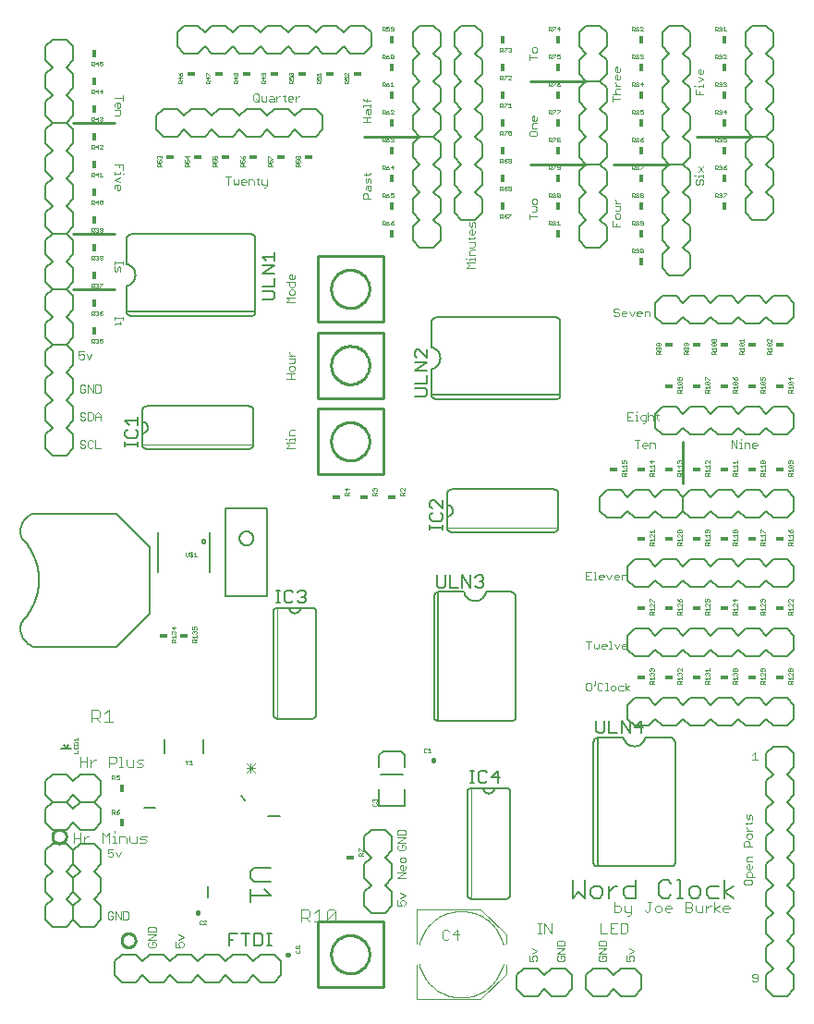
<source format=gto>
G75*
G70*
%OFA0B0*%
%FSLAX24Y24*%
%IPPOS*%
%LPD*%
%AMOC8*
5,1,8,0,0,1.08239X$1,22.5*
%
%ADD10C,0.0020*%
%ADD11C,0.0100*%
%ADD12C,0.0060*%
%ADD13C,0.0030*%
%ADD14C,0.0080*%
%ADD15C,0.0040*%
%ADD16C,0.0010*%
%ADD17C,0.0160*%
%ADD18C,0.0050*%
%ADD19R,0.0180X0.0300*%
%ADD20R,0.0300X0.0180*%
D10*
X003296Y003041D02*
X003343Y002994D01*
X003437Y002994D01*
X003483Y003041D01*
X003483Y003134D01*
X003390Y003134D01*
X003296Y003228D02*
X003296Y003041D01*
X003296Y003228D02*
X003343Y003274D01*
X003437Y003274D01*
X003483Y003228D01*
X003573Y003274D02*
X003759Y002994D01*
X003759Y003274D01*
X003849Y003274D02*
X003989Y003274D01*
X004036Y003228D01*
X004036Y003041D01*
X003989Y002994D01*
X003849Y002994D01*
X003849Y003274D01*
X003573Y003274D02*
X003573Y002994D01*
X004746Y002687D02*
X004746Y002547D01*
X005026Y002547D01*
X005026Y002687D01*
X004980Y002733D01*
X004793Y002733D01*
X004746Y002687D01*
X004746Y002457D02*
X005026Y002457D01*
X004746Y002270D01*
X005026Y002270D01*
X004980Y002181D02*
X004886Y002181D01*
X004886Y002088D01*
X004793Y002181D02*
X004746Y002134D01*
X004746Y002041D01*
X004793Y001994D01*
X004980Y001994D01*
X005026Y002041D01*
X005026Y002134D01*
X004980Y002181D01*
X005746Y002181D02*
X005746Y001994D01*
X005886Y001994D01*
X005840Y002088D01*
X005840Y002134D01*
X005886Y002181D01*
X005980Y002181D01*
X006026Y002134D01*
X006026Y002041D01*
X005980Y001994D01*
X005840Y002270D02*
X006026Y002364D01*
X005840Y002457D01*
X003666Y005244D02*
X003759Y005431D01*
X003573Y005431D02*
X003666Y005244D01*
X003483Y005291D02*
X003483Y005384D01*
X003437Y005431D01*
X003390Y005431D01*
X003296Y005384D01*
X003296Y005524D01*
X003483Y005524D01*
X003483Y005291D02*
X003437Y005244D01*
X003343Y005244D01*
X003296Y005291D01*
X009406Y010234D02*
X009406Y014234D01*
X009746Y019994D02*
X009840Y020088D01*
X009746Y020181D01*
X010026Y020181D01*
X010026Y020270D02*
X010026Y020364D01*
X010026Y020317D02*
X009840Y020317D01*
X009840Y020270D01*
X009746Y020317D02*
X009699Y020317D01*
X009840Y020455D02*
X009840Y020595D01*
X009886Y020641D01*
X010026Y020641D01*
X010026Y020455D02*
X009840Y020455D01*
X009746Y019994D02*
X010026Y019994D01*
X008536Y020104D02*
X004536Y020104D01*
X003036Y019994D02*
X002849Y019994D01*
X002849Y020274D01*
X002759Y020228D02*
X002713Y020274D01*
X002619Y020274D01*
X002573Y020228D01*
X002573Y020041D01*
X002619Y019994D01*
X002713Y019994D01*
X002759Y020041D01*
X002483Y020041D02*
X002437Y019994D01*
X002343Y019994D01*
X002296Y020041D01*
X002343Y020134D02*
X002437Y020134D01*
X002483Y020088D01*
X002483Y020041D01*
X002343Y020134D02*
X002296Y020181D01*
X002296Y020228D01*
X002343Y020274D01*
X002437Y020274D01*
X002483Y020228D01*
X002437Y020994D02*
X002343Y020994D01*
X002296Y021041D01*
X002343Y021134D02*
X002437Y021134D01*
X002483Y021088D01*
X002483Y021041D01*
X002437Y020994D01*
X002573Y020994D02*
X002713Y020994D01*
X002759Y021041D01*
X002759Y021228D01*
X002713Y021274D01*
X002573Y021274D01*
X002573Y020994D01*
X002483Y021228D02*
X002437Y021274D01*
X002343Y021274D01*
X002296Y021228D01*
X002296Y021181D01*
X002343Y021134D01*
X002849Y021134D02*
X003036Y021134D01*
X003036Y021181D02*
X003036Y020994D01*
X003036Y021181D02*
X002942Y021274D01*
X002849Y021181D01*
X002849Y020994D01*
X002849Y021994D02*
X002989Y021994D01*
X003036Y022041D01*
X003036Y022228D01*
X002989Y022274D01*
X002849Y022274D01*
X002849Y021994D01*
X002759Y021994D02*
X002759Y022274D01*
X002573Y022274D02*
X002759Y021994D01*
X002573Y021994D02*
X002573Y022274D01*
X002483Y022228D02*
X002437Y022274D01*
X002343Y022274D01*
X002296Y022228D01*
X002296Y022041D01*
X002343Y021994D01*
X002437Y021994D01*
X002483Y022041D01*
X002483Y022134D01*
X002390Y022134D01*
X002384Y023194D02*
X002291Y023194D01*
X002244Y023241D01*
X002244Y023334D02*
X002337Y023381D01*
X002384Y023381D01*
X002431Y023334D01*
X002431Y023241D01*
X002384Y023194D01*
X002244Y023334D02*
X002244Y023474D01*
X002431Y023474D01*
X002520Y023381D02*
X002614Y023194D01*
X002707Y023381D01*
X003546Y024447D02*
X003593Y024493D01*
X003780Y024493D01*
X003733Y024447D02*
X003733Y024540D01*
X003827Y024631D02*
X003827Y024724D01*
X003827Y024677D02*
X003546Y024677D01*
X003546Y024631D02*
X003546Y024724D01*
X003593Y026353D02*
X003640Y026400D01*
X003640Y026493D01*
X003687Y026540D01*
X003733Y026493D01*
X003733Y026353D01*
X003593Y026353D02*
X003546Y026400D01*
X003546Y026540D01*
X003546Y026631D02*
X003546Y026724D01*
X003546Y026677D02*
X003827Y026677D01*
X003827Y026631D02*
X003827Y026724D01*
X003687Y029301D02*
X003640Y029301D01*
X003640Y029488D01*
X003687Y029488D02*
X003733Y029441D01*
X003733Y029347D01*
X003687Y029301D01*
X003546Y029347D02*
X003546Y029441D01*
X003593Y029488D01*
X003687Y029488D01*
X003733Y029577D02*
X003546Y029670D01*
X003733Y029764D01*
X003733Y029901D02*
X003546Y029901D01*
X003546Y029855D02*
X003546Y029948D01*
X003733Y029948D02*
X003733Y029901D01*
X003827Y029901D02*
X003873Y029901D01*
X003827Y030037D02*
X003827Y030224D01*
X003546Y030224D01*
X003687Y030224D02*
X003687Y030131D01*
X003687Y031985D02*
X003546Y031985D01*
X003687Y031985D02*
X003733Y032032D01*
X003733Y032172D01*
X003546Y032172D01*
X003640Y032261D02*
X003640Y032448D01*
X003687Y032448D02*
X003733Y032401D01*
X003733Y032308D01*
X003687Y032261D01*
X003640Y032261D01*
X003546Y032308D02*
X003546Y032401D01*
X003593Y032448D01*
X003687Y032448D01*
X003827Y032537D02*
X003827Y032724D01*
X003827Y032631D02*
X003546Y032631D01*
X007546Y029774D02*
X007733Y029774D01*
X007640Y029774D02*
X007640Y029494D01*
X007823Y029541D02*
X007869Y029494D01*
X007916Y029541D01*
X007963Y029494D01*
X008009Y029541D01*
X008009Y029681D01*
X008099Y029634D02*
X008146Y029681D01*
X008239Y029681D01*
X008286Y029634D01*
X008286Y029588D01*
X008099Y029588D01*
X008099Y029634D02*
X008099Y029541D01*
X008146Y029494D01*
X008239Y029494D01*
X008375Y029494D02*
X008375Y029681D01*
X008515Y029681D01*
X008562Y029634D01*
X008562Y029494D01*
X008698Y029541D02*
X008745Y029494D01*
X008698Y029541D02*
X008698Y029728D01*
X008651Y029681D02*
X008745Y029681D01*
X008836Y029681D02*
X008836Y029541D01*
X008882Y029494D01*
X009022Y029494D01*
X009022Y029447D02*
X008976Y029401D01*
X008929Y029401D01*
X009022Y029447D02*
X009022Y029681D01*
X007823Y029681D02*
X007823Y029541D01*
X008593Y032494D02*
X008546Y032541D01*
X008546Y032728D01*
X008593Y032774D01*
X008687Y032774D01*
X008733Y032728D01*
X008733Y032541D01*
X008687Y032494D01*
X008593Y032494D01*
X008640Y032588D02*
X008733Y032494D01*
X008823Y032541D02*
X008869Y032494D01*
X009009Y032494D01*
X009009Y032681D01*
X009146Y032681D02*
X009239Y032681D01*
X009286Y032634D01*
X009286Y032494D01*
X009146Y032494D01*
X009099Y032541D01*
X009146Y032588D01*
X009286Y032588D01*
X009375Y032588D02*
X009469Y032681D01*
X009515Y032681D01*
X009605Y032681D02*
X009699Y032681D01*
X009652Y032728D02*
X009652Y032541D01*
X009699Y032494D01*
X009789Y032541D02*
X009789Y032634D01*
X009836Y032681D01*
X009930Y032681D01*
X009976Y032634D01*
X009976Y032588D01*
X009789Y032588D01*
X009789Y032541D02*
X009836Y032494D01*
X009930Y032494D01*
X010066Y032494D02*
X010066Y032681D01*
X010066Y032588D02*
X010159Y032681D01*
X010206Y032681D01*
X009375Y032681D02*
X009375Y032494D01*
X008823Y032541D02*
X008823Y032681D01*
X012496Y032574D02*
X012543Y032528D01*
X012776Y032528D01*
X012776Y032390D02*
X012776Y032297D01*
X012776Y032343D02*
X012496Y032343D01*
X012496Y032297D01*
X012590Y032161D02*
X012636Y032207D01*
X012776Y032207D01*
X012776Y032067D01*
X012730Y032020D01*
X012683Y032067D01*
X012683Y032207D01*
X012590Y032161D02*
X012590Y032067D01*
X012636Y031931D02*
X012636Y031744D01*
X012776Y031744D02*
X012496Y031744D01*
X012496Y031931D02*
X012776Y031931D01*
X012636Y032481D02*
X012636Y032574D01*
X012590Y029916D02*
X012590Y029823D01*
X012543Y029870D02*
X012730Y029870D01*
X012776Y029916D01*
X012730Y029733D02*
X012683Y029687D01*
X012683Y029593D01*
X012636Y029547D01*
X012590Y029593D01*
X012590Y029733D01*
X012730Y029733D02*
X012776Y029687D01*
X012776Y029547D01*
X012776Y029457D02*
X012776Y029317D01*
X012730Y029270D01*
X012683Y029317D01*
X012683Y029457D01*
X012636Y029457D02*
X012776Y029457D01*
X012636Y029457D02*
X012590Y029411D01*
X012590Y029317D01*
X012636Y029181D02*
X012683Y029134D01*
X012683Y028994D01*
X012776Y028994D02*
X012496Y028994D01*
X012496Y029134D01*
X012543Y029181D01*
X012636Y029181D01*
X010026Y026213D02*
X010026Y026120D01*
X009980Y026073D01*
X009886Y026073D01*
X009840Y026120D01*
X009840Y026213D01*
X009886Y026260D01*
X009933Y026260D01*
X009933Y026073D01*
X009840Y025983D02*
X009840Y025843D01*
X009886Y025797D01*
X009980Y025797D01*
X010026Y025843D01*
X010026Y025983D01*
X009746Y025983D01*
X009886Y025707D02*
X009840Y025661D01*
X009840Y025567D01*
X009886Y025520D01*
X009980Y025520D01*
X010026Y025567D01*
X010026Y025661D01*
X009980Y025707D01*
X009886Y025707D01*
X009746Y025431D02*
X010026Y025431D01*
X010026Y025244D02*
X009746Y025244D01*
X009840Y025338D01*
X009746Y025431D01*
X009840Y023463D02*
X009840Y023416D01*
X009933Y023323D01*
X010026Y023323D02*
X009840Y023323D01*
X009840Y023233D02*
X010026Y023233D01*
X010026Y023093D01*
X009980Y023047D01*
X009840Y023047D01*
X009886Y022957D02*
X009840Y022911D01*
X009840Y022817D01*
X009886Y022770D01*
X009980Y022770D01*
X010026Y022817D01*
X010026Y022911D01*
X009980Y022957D01*
X009886Y022957D01*
X009886Y022681D02*
X009886Y022494D01*
X010026Y022494D02*
X009746Y022494D01*
X009746Y022681D02*
X010026Y022681D01*
X015536Y017104D02*
X019536Y017104D01*
X020546Y015524D02*
X020546Y015244D01*
X020733Y015244D01*
X020823Y015244D02*
X020916Y015244D01*
X020869Y015244D02*
X020869Y015524D01*
X020823Y015524D01*
X020733Y015524D02*
X020546Y015524D01*
X020546Y015384D02*
X020640Y015384D01*
X021007Y015384D02*
X021054Y015431D01*
X021147Y015431D01*
X021194Y015384D01*
X021194Y015338D01*
X021007Y015338D01*
X021007Y015384D02*
X021007Y015291D01*
X021054Y015244D01*
X021147Y015244D01*
X021376Y015244D02*
X021470Y015431D01*
X021559Y015384D02*
X021606Y015431D01*
X021699Y015431D01*
X021746Y015384D01*
X021746Y015338D01*
X021559Y015338D01*
X021559Y015384D02*
X021559Y015291D01*
X021606Y015244D01*
X021699Y015244D01*
X021836Y015244D02*
X021836Y015431D01*
X021976Y015431D01*
X022022Y015384D01*
X022022Y015244D01*
X021376Y015244D02*
X021283Y015431D01*
X021375Y013024D02*
X021422Y013024D01*
X021422Y012744D01*
X021375Y012744D02*
X021469Y012744D01*
X021653Y012744D02*
X021559Y012931D01*
X021746Y012931D02*
X021653Y012744D01*
X021836Y012791D02*
X021836Y012884D01*
X021882Y012931D01*
X021976Y012931D01*
X022022Y012884D01*
X022022Y012838D01*
X021836Y012838D01*
X021836Y012791D02*
X021882Y012744D01*
X021976Y012744D01*
X021286Y012838D02*
X021099Y012838D01*
X021099Y012884D02*
X021146Y012931D01*
X021239Y012931D01*
X021286Y012884D01*
X021286Y012838D01*
X021239Y012744D02*
X021146Y012744D01*
X021099Y012791D01*
X021099Y012884D01*
X021009Y012931D02*
X021009Y012791D01*
X020963Y012744D01*
X020916Y012791D01*
X020869Y012744D01*
X020823Y012791D01*
X020823Y012931D01*
X020733Y013024D02*
X020546Y013024D01*
X020640Y013024D02*
X020640Y012744D01*
X020869Y011571D02*
X020869Y011478D01*
X020823Y011431D01*
X020733Y011478D02*
X020687Y011524D01*
X020593Y011524D01*
X020546Y011478D01*
X020546Y011291D01*
X020593Y011244D01*
X020687Y011244D01*
X020733Y011291D01*
X020733Y011478D01*
X020961Y011478D02*
X020961Y011291D01*
X021007Y011244D01*
X021101Y011244D01*
X021148Y011291D01*
X021237Y011244D02*
X021330Y011244D01*
X021284Y011244D02*
X021284Y011524D01*
X021237Y011524D01*
X021148Y011478D02*
X021101Y011524D01*
X021007Y011524D01*
X020961Y011478D01*
X021421Y011384D02*
X021421Y011291D01*
X021468Y011244D01*
X021561Y011244D01*
X021608Y011291D01*
X021608Y011384D01*
X021561Y011431D01*
X021468Y011431D01*
X021421Y011384D01*
X021697Y011384D02*
X021697Y011291D01*
X021744Y011244D01*
X021884Y011244D01*
X021974Y011244D02*
X021974Y011524D01*
X021884Y011431D02*
X021744Y011431D01*
X021697Y011384D01*
X021974Y011338D02*
X022114Y011244D01*
X021974Y011338D02*
X022114Y011431D01*
X026340Y006779D02*
X026340Y006639D01*
X026386Y006592D01*
X026433Y006639D01*
X026433Y006732D01*
X026480Y006779D01*
X026526Y006732D01*
X026526Y006592D01*
X026526Y006501D02*
X026480Y006455D01*
X026293Y006455D01*
X026340Y006501D02*
X026340Y006408D01*
X026340Y006318D02*
X026340Y006271D01*
X026433Y006178D01*
X026526Y006178D02*
X026340Y006178D01*
X026386Y006088D02*
X026340Y006042D01*
X026340Y005948D01*
X026386Y005902D01*
X026480Y005902D01*
X026526Y005948D01*
X026526Y006042D01*
X026480Y006088D01*
X026386Y006088D01*
X026386Y005812D02*
X026433Y005765D01*
X026433Y005625D01*
X026526Y005625D02*
X026246Y005625D01*
X026246Y005765D01*
X026293Y005812D01*
X026386Y005812D01*
X026386Y005260D02*
X026526Y005260D01*
X026386Y005260D02*
X026340Y005213D01*
X026340Y005073D01*
X026526Y005073D01*
X026433Y004983D02*
X026433Y004797D01*
X026386Y004797D02*
X026340Y004843D01*
X026340Y004937D01*
X026386Y004983D01*
X026433Y004983D01*
X026526Y004937D02*
X026526Y004843D01*
X026480Y004797D01*
X026386Y004797D01*
X026386Y004707D02*
X026480Y004707D01*
X026526Y004661D01*
X026526Y004520D01*
X026620Y004520D02*
X026340Y004520D01*
X026340Y004661D01*
X026386Y004707D01*
X026293Y004431D02*
X026246Y004384D01*
X026246Y004291D01*
X026293Y004244D01*
X026480Y004244D01*
X026526Y004291D01*
X026526Y004384D01*
X026480Y004431D01*
X026293Y004431D01*
X026593Y001024D02*
X026546Y000978D01*
X026546Y000931D01*
X026593Y000884D01*
X026733Y000884D01*
X026733Y000791D02*
X026733Y000978D01*
X026687Y001024D01*
X026593Y001024D01*
X026546Y000791D02*
X026593Y000744D01*
X026687Y000744D01*
X026733Y000791D01*
X022276Y001541D02*
X022230Y001494D01*
X022276Y001541D02*
X022276Y001634D01*
X022230Y001681D01*
X022136Y001681D01*
X022090Y001634D01*
X022090Y001588D01*
X022136Y001494D01*
X021996Y001494D01*
X021996Y001681D01*
X022090Y001770D02*
X022276Y001864D01*
X022090Y001957D01*
X021276Y001957D02*
X020996Y001957D01*
X020996Y002047D02*
X020996Y002187D01*
X021043Y002233D01*
X021230Y002233D01*
X021276Y002187D01*
X021276Y002047D01*
X020996Y002047D01*
X020996Y001770D02*
X021276Y001957D01*
X021276Y001770D02*
X020996Y001770D01*
X021043Y001681D02*
X020996Y001634D01*
X020996Y001541D01*
X021043Y001494D01*
X021230Y001494D01*
X021276Y001541D01*
X021276Y001634D01*
X021230Y001681D01*
X021136Y001681D01*
X021136Y001588D01*
X019776Y001634D02*
X019730Y001681D01*
X019636Y001681D01*
X019636Y001588D01*
X019543Y001681D02*
X019496Y001634D01*
X019496Y001541D01*
X019543Y001494D01*
X019730Y001494D01*
X019776Y001541D01*
X019776Y001634D01*
X019776Y001770D02*
X019496Y001770D01*
X019776Y001957D01*
X019496Y001957D01*
X019496Y002047D02*
X019496Y002187D01*
X019543Y002233D01*
X019730Y002233D01*
X019776Y002187D01*
X019776Y002047D01*
X019496Y002047D01*
X018776Y001864D02*
X018590Y001957D01*
X018590Y001770D02*
X018776Y001864D01*
X018730Y001681D02*
X018776Y001634D01*
X018776Y001541D01*
X018730Y001494D01*
X018636Y001494D02*
X018590Y001588D01*
X018590Y001634D01*
X018636Y001681D01*
X018730Y001681D01*
X018636Y001494D02*
X018496Y001494D01*
X018496Y001681D01*
X016406Y003734D02*
X016406Y007734D01*
X014026Y006187D02*
X013980Y006233D01*
X013793Y006233D01*
X013746Y006187D01*
X013746Y006047D01*
X014026Y006047D01*
X014026Y006187D01*
X014026Y005957D02*
X013746Y005957D01*
X013746Y005770D02*
X014026Y005957D01*
X014026Y005770D02*
X013746Y005770D01*
X013793Y005681D02*
X013746Y005634D01*
X013746Y005541D01*
X013793Y005494D01*
X013980Y005494D01*
X014026Y005541D01*
X014026Y005634D01*
X013980Y005681D01*
X013886Y005681D01*
X013886Y005588D01*
X013886Y005233D02*
X013840Y005187D01*
X013840Y005093D01*
X013886Y005047D01*
X013980Y005047D01*
X014026Y005093D01*
X014026Y005187D01*
X013980Y005233D01*
X013886Y005233D01*
X013886Y004957D02*
X013933Y004957D01*
X013933Y004770D01*
X013886Y004770D02*
X013840Y004817D01*
X013840Y004911D01*
X013886Y004957D01*
X014026Y004911D02*
X014026Y004817D01*
X013980Y004770D01*
X013886Y004770D01*
X014026Y004681D02*
X013746Y004681D01*
X013746Y004494D02*
X014026Y004681D01*
X014026Y004494D02*
X013746Y004494D01*
X013840Y003957D02*
X014026Y003864D01*
X013840Y003770D01*
X013886Y003681D02*
X013980Y003681D01*
X014026Y003634D01*
X014026Y003541D01*
X013980Y003494D01*
X013886Y003494D02*
X013840Y003588D01*
X013840Y003634D01*
X013886Y003681D01*
X013746Y003681D02*
X013746Y003494D01*
X013886Y003494D01*
X026546Y008744D02*
X026733Y008744D01*
X026640Y008744D02*
X026640Y009024D01*
X026546Y008931D01*
X026580Y019994D02*
X026533Y020041D01*
X026533Y020134D01*
X026580Y020181D01*
X026673Y020181D01*
X026720Y020134D01*
X026720Y020088D01*
X026533Y020088D01*
X026444Y020134D02*
X026397Y020181D01*
X026257Y020181D01*
X026257Y019994D01*
X026166Y019994D02*
X026073Y019994D01*
X026119Y019994D02*
X026119Y020181D01*
X026073Y020181D01*
X026119Y020274D02*
X026119Y020321D01*
X025983Y020274D02*
X025983Y019994D01*
X025796Y020274D01*
X025796Y019994D01*
X026444Y019994D02*
X026444Y020134D01*
X026580Y019994D02*
X026673Y019994D01*
X023036Y019994D02*
X023036Y020134D01*
X022989Y020181D01*
X022849Y020181D01*
X022849Y019994D01*
X022759Y020088D02*
X022573Y020088D01*
X022573Y020134D02*
X022619Y020181D01*
X022713Y020181D01*
X022759Y020134D01*
X022759Y020088D01*
X022713Y019994D02*
X022619Y019994D01*
X022573Y020041D01*
X022573Y020134D01*
X022483Y020274D02*
X022296Y020274D01*
X022390Y020274D02*
X022390Y019994D01*
X022600Y020901D02*
X022647Y020901D01*
X022694Y020947D01*
X022694Y021181D01*
X022554Y021181D01*
X022507Y021134D01*
X022507Y021041D01*
X022554Y020994D01*
X022694Y020994D01*
X022783Y020994D02*
X022783Y021274D01*
X022830Y021181D02*
X022923Y021181D01*
X022970Y021134D01*
X022970Y020994D01*
X023106Y021041D02*
X023153Y020994D01*
X023106Y021041D02*
X023106Y021228D01*
X023059Y021181D02*
X023153Y021181D01*
X022830Y021181D02*
X022783Y021134D01*
X022416Y020994D02*
X022323Y020994D01*
X022369Y020994D02*
X022369Y021181D01*
X022323Y021181D01*
X022369Y021274D02*
X022369Y021321D01*
X022233Y021274D02*
X022046Y021274D01*
X022046Y020994D01*
X022233Y020994D01*
X022140Y021134D02*
X022046Y021134D01*
X021963Y024744D02*
X021869Y024744D01*
X021823Y024791D01*
X021823Y024884D01*
X021869Y024931D01*
X021963Y024931D01*
X022009Y024884D01*
X022009Y024838D01*
X021823Y024838D01*
X021733Y024838D02*
X021733Y024791D01*
X021687Y024744D01*
X021593Y024744D01*
X021546Y024791D01*
X021593Y024884D02*
X021546Y024931D01*
X021546Y024978D01*
X021593Y025024D01*
X021687Y025024D01*
X021733Y024978D01*
X021687Y024884D02*
X021733Y024838D01*
X021687Y024884D02*
X021593Y024884D01*
X022099Y024931D02*
X022192Y024744D01*
X022286Y024931D01*
X022375Y024884D02*
X022422Y024931D01*
X022515Y024931D01*
X022562Y024884D01*
X022562Y024838D01*
X022375Y024838D01*
X022375Y024884D02*
X022375Y024791D01*
X022422Y024744D01*
X022515Y024744D01*
X022651Y024744D02*
X022651Y024931D01*
X022791Y024931D01*
X022838Y024884D01*
X022838Y024744D01*
X021776Y027994D02*
X021496Y027994D01*
X021496Y028181D01*
X021590Y028317D02*
X021636Y028270D01*
X021730Y028270D01*
X021776Y028317D01*
X021776Y028411D01*
X021730Y028457D01*
X021636Y028457D01*
X021590Y028411D01*
X021590Y028317D01*
X021590Y028547D02*
X021730Y028547D01*
X021776Y028593D01*
X021776Y028733D01*
X021590Y028733D01*
X021590Y028823D02*
X021776Y028823D01*
X021683Y028823D02*
X021590Y028916D01*
X021590Y028963D01*
X021636Y028088D02*
X021636Y027994D01*
X024496Y029541D02*
X024543Y029494D01*
X024590Y029494D01*
X024636Y029541D01*
X024636Y029634D01*
X024683Y029681D01*
X024730Y029681D01*
X024776Y029634D01*
X024776Y029541D01*
X024730Y029494D01*
X024496Y029541D02*
X024496Y029634D01*
X024543Y029681D01*
X024590Y029770D02*
X024590Y029817D01*
X024776Y029817D01*
X024776Y029770D02*
X024776Y029864D01*
X024776Y029955D02*
X024590Y030141D01*
X024590Y029955D02*
X024776Y030141D01*
X024496Y029817D02*
X024449Y029817D01*
X024496Y032744D02*
X024496Y032931D01*
X024590Y033020D02*
X024590Y033067D01*
X024776Y033067D01*
X024776Y033020D02*
X024776Y033114D01*
X024776Y033298D02*
X024590Y033205D01*
X024496Y033067D02*
X024449Y033067D01*
X024636Y032838D02*
X024636Y032744D01*
X024776Y032744D02*
X024496Y032744D01*
X024776Y033298D02*
X024590Y033391D01*
X024636Y033481D02*
X024590Y033528D01*
X024590Y033621D01*
X024636Y033668D01*
X024683Y033668D01*
X024683Y033481D01*
X024730Y033481D02*
X024636Y033481D01*
X024730Y033481D02*
X024776Y033528D01*
X024776Y033621D01*
X021776Y033600D02*
X021730Y033553D01*
X021636Y033553D01*
X021590Y033600D01*
X021590Y033693D01*
X021636Y033740D01*
X021683Y033740D01*
X021683Y033553D01*
X021683Y033464D02*
X021683Y033277D01*
X021636Y033277D02*
X021590Y033324D01*
X021590Y033417D01*
X021636Y033464D01*
X021683Y033464D01*
X021776Y033417D02*
X021776Y033324D01*
X021730Y033277D01*
X021636Y033277D01*
X021590Y033187D02*
X021590Y033140D01*
X021683Y033047D01*
X021776Y033047D02*
X021590Y033047D01*
X021636Y032957D02*
X021776Y032957D01*
X021636Y032957D02*
X021590Y032911D01*
X021590Y032817D01*
X021636Y032770D01*
X021496Y032770D02*
X021776Y032770D01*
X021776Y032588D02*
X021496Y032588D01*
X021496Y032681D02*
X021496Y032494D01*
X021776Y033600D02*
X021776Y033693D01*
X018776Y034088D02*
X018496Y034088D01*
X018496Y034181D02*
X018496Y033994D01*
X018636Y034270D02*
X018590Y034317D01*
X018590Y034411D01*
X018636Y034457D01*
X018730Y034457D01*
X018776Y034411D01*
X018776Y034317D01*
X018730Y034270D01*
X018636Y034270D01*
X018636Y031983D02*
X018590Y031937D01*
X018590Y031843D01*
X018636Y031797D01*
X018730Y031797D01*
X018776Y031843D01*
X018776Y031937D01*
X018683Y031983D02*
X018683Y031797D01*
X018636Y031707D02*
X018776Y031707D01*
X018636Y031707D02*
X018590Y031661D01*
X018590Y031520D01*
X018776Y031520D01*
X018730Y031431D02*
X018543Y031431D01*
X018496Y031384D01*
X018496Y031291D01*
X018543Y031244D01*
X018730Y031244D01*
X018776Y031291D01*
X018776Y031384D01*
X018730Y031431D01*
X018683Y031983D02*
X018636Y031983D01*
X018636Y028983D02*
X018590Y028937D01*
X018590Y028843D01*
X018636Y028797D01*
X018730Y028797D01*
X018776Y028843D01*
X018776Y028937D01*
X018730Y028983D01*
X018636Y028983D01*
X018590Y028707D02*
X018730Y028707D01*
X018776Y028661D01*
X018730Y028614D01*
X018776Y028567D01*
X018730Y028520D01*
X018590Y028520D01*
X018496Y028431D02*
X018496Y028244D01*
X018496Y028338D02*
X018776Y028338D01*
X016526Y028108D02*
X016480Y028154D01*
X016433Y028108D01*
X016433Y028014D01*
X016386Y027967D01*
X016340Y028014D01*
X016340Y028154D01*
X016526Y028108D02*
X016526Y027967D01*
X016433Y027878D02*
X016433Y027691D01*
X016386Y027691D02*
X016340Y027738D01*
X016340Y027831D01*
X016386Y027878D01*
X016433Y027878D01*
X016526Y027831D02*
X016526Y027738D01*
X016480Y027691D01*
X016386Y027691D01*
X016340Y027600D02*
X016340Y027507D01*
X016293Y027554D02*
X016480Y027554D01*
X016526Y027600D01*
X016526Y027418D02*
X016340Y027418D01*
X016526Y027418D02*
X016526Y027278D01*
X016480Y027231D01*
X016340Y027231D01*
X016386Y027141D02*
X016340Y027095D01*
X016340Y026955D01*
X016526Y026955D01*
X016526Y026864D02*
X016526Y026770D01*
X016526Y026817D02*
X016340Y026817D01*
X016340Y026770D01*
X016246Y026817D02*
X016199Y026817D01*
X016246Y026681D02*
X016526Y026681D01*
X016526Y026494D02*
X016246Y026494D01*
X016340Y026588D01*
X016246Y026681D01*
X016386Y027141D02*
X016526Y027141D01*
D11*
X018536Y030234D02*
X020536Y030234D01*
X021536Y030234D02*
X023536Y030234D01*
X024536Y031234D02*
X026536Y031234D01*
X020536Y033234D02*
X018536Y033234D01*
X014536Y031234D02*
X012536Y031234D01*
X013218Y026915D02*
X010855Y026915D01*
X010855Y024553D01*
X013218Y024553D01*
X013218Y026915D01*
X011347Y025734D02*
X011349Y025786D01*
X011355Y025838D01*
X011365Y025889D01*
X011378Y025939D01*
X011396Y025989D01*
X011417Y026036D01*
X011441Y026082D01*
X011470Y026126D01*
X011501Y026168D01*
X011535Y026207D01*
X011572Y026244D01*
X011612Y026277D01*
X011655Y026308D01*
X011699Y026335D01*
X011745Y026359D01*
X011794Y026379D01*
X011843Y026395D01*
X011894Y026408D01*
X011945Y026417D01*
X011997Y026422D01*
X012049Y026423D01*
X012101Y026420D01*
X012153Y026413D01*
X012204Y026402D01*
X012254Y026388D01*
X012303Y026369D01*
X012350Y026347D01*
X012395Y026322D01*
X012439Y026293D01*
X012480Y026261D01*
X012519Y026226D01*
X012554Y026188D01*
X012587Y026147D01*
X012617Y026105D01*
X012643Y026060D01*
X012666Y026013D01*
X012685Y025964D01*
X012701Y025914D01*
X012713Y025864D01*
X012721Y025812D01*
X012725Y025760D01*
X012725Y025708D01*
X012721Y025656D01*
X012713Y025604D01*
X012701Y025554D01*
X012685Y025504D01*
X012666Y025455D01*
X012643Y025408D01*
X012617Y025363D01*
X012587Y025321D01*
X012554Y025280D01*
X012519Y025242D01*
X012480Y025207D01*
X012439Y025175D01*
X012395Y025146D01*
X012350Y025121D01*
X012303Y025099D01*
X012254Y025080D01*
X012204Y025066D01*
X012153Y025055D01*
X012101Y025048D01*
X012049Y025045D01*
X011997Y025046D01*
X011945Y025051D01*
X011894Y025060D01*
X011843Y025073D01*
X011794Y025089D01*
X011745Y025109D01*
X011699Y025133D01*
X011655Y025160D01*
X011612Y025191D01*
X011572Y025224D01*
X011535Y025261D01*
X011501Y025300D01*
X011470Y025342D01*
X011441Y025386D01*
X011417Y025432D01*
X011396Y025479D01*
X011378Y025529D01*
X011365Y025579D01*
X011355Y025630D01*
X011349Y025682D01*
X011347Y025734D01*
X010855Y024165D02*
X010855Y021803D01*
X013218Y021803D01*
X013218Y024165D01*
X010855Y024165D01*
X011347Y022984D02*
X011349Y023036D01*
X011355Y023088D01*
X011365Y023139D01*
X011378Y023189D01*
X011396Y023239D01*
X011417Y023286D01*
X011441Y023332D01*
X011470Y023376D01*
X011501Y023418D01*
X011535Y023457D01*
X011572Y023494D01*
X011612Y023527D01*
X011655Y023558D01*
X011699Y023585D01*
X011745Y023609D01*
X011794Y023629D01*
X011843Y023645D01*
X011894Y023658D01*
X011945Y023667D01*
X011997Y023672D01*
X012049Y023673D01*
X012101Y023670D01*
X012153Y023663D01*
X012204Y023652D01*
X012254Y023638D01*
X012303Y023619D01*
X012350Y023597D01*
X012395Y023572D01*
X012439Y023543D01*
X012480Y023511D01*
X012519Y023476D01*
X012554Y023438D01*
X012587Y023397D01*
X012617Y023355D01*
X012643Y023310D01*
X012666Y023263D01*
X012685Y023214D01*
X012701Y023164D01*
X012713Y023114D01*
X012721Y023062D01*
X012725Y023010D01*
X012725Y022958D01*
X012721Y022906D01*
X012713Y022854D01*
X012701Y022804D01*
X012685Y022754D01*
X012666Y022705D01*
X012643Y022658D01*
X012617Y022613D01*
X012587Y022571D01*
X012554Y022530D01*
X012519Y022492D01*
X012480Y022457D01*
X012439Y022425D01*
X012395Y022396D01*
X012350Y022371D01*
X012303Y022349D01*
X012254Y022330D01*
X012204Y022316D01*
X012153Y022305D01*
X012101Y022298D01*
X012049Y022295D01*
X011997Y022296D01*
X011945Y022301D01*
X011894Y022310D01*
X011843Y022323D01*
X011794Y022339D01*
X011745Y022359D01*
X011699Y022383D01*
X011655Y022410D01*
X011612Y022441D01*
X011572Y022474D01*
X011535Y022511D01*
X011501Y022550D01*
X011470Y022592D01*
X011441Y022636D01*
X011417Y022682D01*
X011396Y022729D01*
X011378Y022779D01*
X011365Y022829D01*
X011355Y022880D01*
X011349Y022932D01*
X011347Y022984D01*
X010855Y021415D02*
X010855Y019053D01*
X013218Y019053D01*
X013218Y021415D01*
X010855Y021415D01*
X011347Y020234D02*
X011349Y020286D01*
X011355Y020338D01*
X011365Y020389D01*
X011378Y020439D01*
X011396Y020489D01*
X011417Y020536D01*
X011441Y020582D01*
X011470Y020626D01*
X011501Y020668D01*
X011535Y020707D01*
X011572Y020744D01*
X011612Y020777D01*
X011655Y020808D01*
X011699Y020835D01*
X011745Y020859D01*
X011794Y020879D01*
X011843Y020895D01*
X011894Y020908D01*
X011945Y020917D01*
X011997Y020922D01*
X012049Y020923D01*
X012101Y020920D01*
X012153Y020913D01*
X012204Y020902D01*
X012254Y020888D01*
X012303Y020869D01*
X012350Y020847D01*
X012395Y020822D01*
X012439Y020793D01*
X012480Y020761D01*
X012519Y020726D01*
X012554Y020688D01*
X012587Y020647D01*
X012617Y020605D01*
X012643Y020560D01*
X012666Y020513D01*
X012685Y020464D01*
X012701Y020414D01*
X012713Y020364D01*
X012721Y020312D01*
X012725Y020260D01*
X012725Y020208D01*
X012721Y020156D01*
X012713Y020104D01*
X012701Y020054D01*
X012685Y020004D01*
X012666Y019955D01*
X012643Y019908D01*
X012617Y019863D01*
X012587Y019821D01*
X012554Y019780D01*
X012519Y019742D01*
X012480Y019707D01*
X012439Y019675D01*
X012395Y019646D01*
X012350Y019621D01*
X012303Y019599D01*
X012254Y019580D01*
X012204Y019566D01*
X012153Y019555D01*
X012101Y019548D01*
X012049Y019545D01*
X011997Y019546D01*
X011945Y019551D01*
X011894Y019560D01*
X011843Y019573D01*
X011794Y019589D01*
X011745Y019609D01*
X011699Y019633D01*
X011655Y019660D01*
X011612Y019691D01*
X011572Y019724D01*
X011535Y019761D01*
X011501Y019800D01*
X011470Y019842D01*
X011441Y019886D01*
X011417Y019932D01*
X011396Y019979D01*
X011378Y020029D01*
X011365Y020079D01*
X011355Y020130D01*
X011349Y020182D01*
X011347Y020234D01*
X003536Y025734D02*
X002036Y025734D01*
X002036Y027734D02*
X003536Y027734D01*
X003536Y031734D02*
X002036Y031734D01*
X024036Y020234D02*
X024036Y018734D01*
X013218Y002915D02*
X010855Y002915D01*
X010855Y000553D01*
X013218Y000553D01*
X013218Y002915D01*
X011347Y001734D02*
X011349Y001786D01*
X011355Y001838D01*
X011365Y001889D01*
X011378Y001939D01*
X011396Y001989D01*
X011417Y002036D01*
X011441Y002082D01*
X011470Y002126D01*
X011501Y002168D01*
X011535Y002207D01*
X011572Y002244D01*
X011612Y002277D01*
X011655Y002308D01*
X011699Y002335D01*
X011745Y002359D01*
X011794Y002379D01*
X011843Y002395D01*
X011894Y002408D01*
X011945Y002417D01*
X011997Y002422D01*
X012049Y002423D01*
X012101Y002420D01*
X012153Y002413D01*
X012204Y002402D01*
X012254Y002388D01*
X012303Y002369D01*
X012350Y002347D01*
X012395Y002322D01*
X012439Y002293D01*
X012480Y002261D01*
X012519Y002226D01*
X012554Y002188D01*
X012587Y002147D01*
X012617Y002105D01*
X012643Y002060D01*
X012666Y002013D01*
X012685Y001964D01*
X012701Y001914D01*
X012713Y001864D01*
X012721Y001812D01*
X012725Y001760D01*
X012725Y001708D01*
X012721Y001656D01*
X012713Y001604D01*
X012701Y001554D01*
X012685Y001504D01*
X012666Y001455D01*
X012643Y001408D01*
X012617Y001363D01*
X012587Y001321D01*
X012554Y001280D01*
X012519Y001242D01*
X012480Y001207D01*
X012439Y001175D01*
X012395Y001146D01*
X012350Y001121D01*
X012303Y001099D01*
X012254Y001080D01*
X012204Y001066D01*
X012153Y001055D01*
X012101Y001048D01*
X012049Y001045D01*
X011997Y001046D01*
X011945Y001051D01*
X011894Y001060D01*
X011843Y001073D01*
X011794Y001089D01*
X011745Y001109D01*
X011699Y001133D01*
X011655Y001160D01*
X011612Y001191D01*
X011572Y001224D01*
X011535Y001261D01*
X011501Y001300D01*
X011470Y001342D01*
X011441Y001386D01*
X011417Y001432D01*
X011396Y001479D01*
X011378Y001529D01*
X011365Y001579D01*
X011355Y001630D01*
X011349Y001682D01*
X011347Y001734D01*
X003786Y002234D02*
X003788Y002265D01*
X003794Y002296D01*
X003804Y002326D01*
X003817Y002354D01*
X003834Y002381D01*
X003854Y002405D01*
X003877Y002427D01*
X003902Y002445D01*
X003930Y002460D01*
X003959Y002472D01*
X003989Y002480D01*
X004020Y002484D01*
X004052Y002484D01*
X004083Y002480D01*
X004113Y002472D01*
X004142Y002460D01*
X004170Y002445D01*
X004195Y002427D01*
X004218Y002405D01*
X004238Y002381D01*
X004255Y002354D01*
X004268Y002326D01*
X004278Y002296D01*
X004284Y002265D01*
X004286Y002234D01*
X004284Y002203D01*
X004278Y002172D01*
X004268Y002142D01*
X004255Y002114D01*
X004238Y002087D01*
X004218Y002063D01*
X004195Y002041D01*
X004170Y002023D01*
X004142Y002008D01*
X004113Y001996D01*
X004083Y001988D01*
X004052Y001984D01*
X004020Y001984D01*
X003989Y001988D01*
X003959Y001996D01*
X003930Y002008D01*
X003902Y002023D01*
X003877Y002041D01*
X003854Y002063D01*
X003834Y002087D01*
X003817Y002114D01*
X003804Y002142D01*
X003794Y002172D01*
X003788Y002203D01*
X003786Y002234D01*
X001286Y005984D02*
X001288Y006015D01*
X001294Y006046D01*
X001304Y006076D01*
X001317Y006104D01*
X001334Y006131D01*
X001354Y006155D01*
X001377Y006177D01*
X001402Y006195D01*
X001430Y006210D01*
X001459Y006222D01*
X001489Y006230D01*
X001520Y006234D01*
X001552Y006234D01*
X001583Y006230D01*
X001613Y006222D01*
X001642Y006210D01*
X001670Y006195D01*
X001695Y006177D01*
X001718Y006155D01*
X001738Y006131D01*
X001755Y006104D01*
X001768Y006076D01*
X001778Y006046D01*
X001784Y006015D01*
X001786Y005984D01*
X001784Y005953D01*
X001778Y005922D01*
X001768Y005892D01*
X001755Y005864D01*
X001738Y005837D01*
X001718Y005813D01*
X001695Y005791D01*
X001670Y005773D01*
X001642Y005758D01*
X001613Y005746D01*
X001583Y005738D01*
X001552Y005734D01*
X001520Y005734D01*
X001489Y005738D01*
X001459Y005746D01*
X001430Y005758D01*
X001402Y005773D01*
X001377Y005791D01*
X001354Y005813D01*
X001334Y005837D01*
X001317Y005864D01*
X001304Y005892D01*
X001294Y005922D01*
X001288Y005953D01*
X001286Y005984D01*
D12*
X004596Y007024D02*
X004996Y007024D01*
X006886Y004194D02*
X006886Y003794D01*
X009076Y006704D02*
X009486Y006704D01*
X008246Y007284D02*
X008086Y007444D01*
X009416Y010234D02*
X010656Y010234D01*
X010679Y010236D01*
X010702Y010241D01*
X010724Y010250D01*
X010744Y010263D01*
X010762Y010278D01*
X010777Y010296D01*
X010790Y010316D01*
X010799Y010338D01*
X010804Y010361D01*
X010806Y010384D01*
X010806Y014084D01*
X010804Y014107D01*
X010799Y014130D01*
X010790Y014152D01*
X010777Y014172D01*
X010762Y014190D01*
X010744Y014205D01*
X010724Y014218D01*
X010702Y014227D01*
X010679Y014232D01*
X010656Y014234D01*
X010236Y014234D01*
X009836Y014234D01*
X009416Y014234D01*
X009393Y014232D01*
X009370Y014227D01*
X009348Y014218D01*
X009328Y014205D01*
X009310Y014190D01*
X009295Y014172D01*
X009282Y014152D01*
X009273Y014130D01*
X009268Y014107D01*
X009266Y014084D01*
X009266Y010384D01*
X009268Y010361D01*
X009273Y010338D01*
X009282Y010316D01*
X009295Y010296D01*
X009310Y010278D01*
X009328Y010263D01*
X009348Y010250D01*
X009370Y010241D01*
X009393Y010236D01*
X009416Y010234D01*
X009836Y014234D02*
X009838Y014207D01*
X009843Y014180D01*
X009853Y014154D01*
X009865Y014130D01*
X009881Y014108D01*
X009899Y014088D01*
X009921Y014071D01*
X009944Y014056D01*
X009969Y014046D01*
X009995Y014038D01*
X010022Y014034D01*
X010050Y014034D01*
X010077Y014038D01*
X010103Y014046D01*
X010128Y014056D01*
X010151Y014071D01*
X010173Y014088D01*
X010191Y014108D01*
X010207Y014130D01*
X010219Y014154D01*
X010229Y014180D01*
X010234Y014207D01*
X010236Y014234D01*
X006966Y015524D02*
X006966Y016944D01*
X005106Y016944D02*
X005106Y015524D01*
X004686Y019964D02*
X008386Y019964D01*
X008409Y019966D01*
X008432Y019971D01*
X008454Y019980D01*
X008474Y019993D01*
X008492Y020008D01*
X008507Y020026D01*
X008520Y020046D01*
X008529Y020068D01*
X008534Y020091D01*
X008536Y020114D01*
X008536Y021354D01*
X008534Y021377D01*
X008529Y021400D01*
X008520Y021422D01*
X008507Y021442D01*
X008492Y021460D01*
X008474Y021475D01*
X008454Y021488D01*
X008432Y021497D01*
X008409Y021502D01*
X008386Y021504D01*
X004686Y021504D01*
X004663Y021502D01*
X004640Y021497D01*
X004618Y021488D01*
X004598Y021475D01*
X004580Y021460D01*
X004565Y021442D01*
X004552Y021422D01*
X004543Y021400D01*
X004538Y021377D01*
X004536Y021354D01*
X004536Y020934D01*
X004536Y020534D01*
X004536Y020114D01*
X004538Y020091D01*
X004543Y020068D01*
X004552Y020046D01*
X004565Y020026D01*
X004580Y020008D01*
X004598Y019993D01*
X004618Y019980D01*
X004640Y019971D01*
X004663Y019966D01*
X004686Y019964D01*
X004536Y020534D02*
X004563Y020536D01*
X004590Y020541D01*
X004616Y020551D01*
X004640Y020563D01*
X004662Y020579D01*
X004682Y020597D01*
X004699Y020619D01*
X004714Y020642D01*
X004724Y020667D01*
X004732Y020693D01*
X004736Y020720D01*
X004736Y020748D01*
X004732Y020775D01*
X004724Y020801D01*
X004714Y020826D01*
X004699Y020849D01*
X004682Y020871D01*
X004662Y020889D01*
X004640Y020905D01*
X004616Y020917D01*
X004590Y020927D01*
X004563Y020932D01*
X004536Y020934D01*
X015536Y018354D02*
X015536Y017934D01*
X015536Y017534D01*
X015536Y017114D01*
X015538Y017091D01*
X015543Y017068D01*
X015552Y017046D01*
X015565Y017026D01*
X015580Y017008D01*
X015598Y016993D01*
X015618Y016980D01*
X015640Y016971D01*
X015663Y016966D01*
X015686Y016964D01*
X019386Y016964D01*
X019409Y016966D01*
X019432Y016971D01*
X019454Y016980D01*
X019474Y016993D01*
X019492Y017008D01*
X019507Y017026D01*
X019520Y017046D01*
X019529Y017068D01*
X019534Y017091D01*
X019536Y017114D01*
X019536Y018354D01*
X019534Y018377D01*
X019529Y018400D01*
X019520Y018422D01*
X019507Y018442D01*
X019492Y018460D01*
X019474Y018475D01*
X019454Y018488D01*
X019432Y018497D01*
X019409Y018502D01*
X019386Y018504D01*
X015686Y018504D01*
X015663Y018502D01*
X015640Y018497D01*
X015618Y018488D01*
X015598Y018475D01*
X015580Y018460D01*
X015565Y018442D01*
X015552Y018422D01*
X015543Y018400D01*
X015538Y018377D01*
X015536Y018354D01*
X015536Y017934D02*
X015563Y017932D01*
X015590Y017927D01*
X015616Y017917D01*
X015640Y017905D01*
X015662Y017889D01*
X015682Y017871D01*
X015699Y017849D01*
X015714Y017826D01*
X015724Y017801D01*
X015732Y017775D01*
X015736Y017748D01*
X015736Y017720D01*
X015732Y017693D01*
X015724Y017667D01*
X015714Y017642D01*
X015699Y017619D01*
X015682Y017597D01*
X015662Y017579D01*
X015640Y017563D01*
X015616Y017551D01*
X015590Y017541D01*
X015563Y017536D01*
X015536Y017534D01*
X016416Y007734D02*
X016836Y007734D01*
X017236Y007734D01*
X017656Y007734D01*
X017679Y007732D01*
X017702Y007727D01*
X017724Y007718D01*
X017744Y007705D01*
X017762Y007690D01*
X017777Y007672D01*
X017790Y007652D01*
X017799Y007630D01*
X017804Y007607D01*
X017806Y007584D01*
X017806Y003884D01*
X017804Y003861D01*
X017799Y003838D01*
X017790Y003816D01*
X017777Y003796D01*
X017762Y003778D01*
X017744Y003763D01*
X017724Y003750D01*
X017702Y003741D01*
X017679Y003736D01*
X017656Y003734D01*
X016416Y003734D01*
X016393Y003736D01*
X016370Y003741D01*
X016348Y003750D01*
X016328Y003763D01*
X016310Y003778D01*
X016295Y003796D01*
X016282Y003816D01*
X016273Y003838D01*
X016268Y003861D01*
X016266Y003884D01*
X016266Y007584D01*
X016268Y007607D01*
X016273Y007630D01*
X016282Y007652D01*
X016295Y007672D01*
X016310Y007690D01*
X016328Y007705D01*
X016348Y007718D01*
X016370Y007727D01*
X016393Y007732D01*
X016416Y007734D01*
X016836Y007734D02*
X016838Y007707D01*
X016843Y007680D01*
X016853Y007654D01*
X016865Y007630D01*
X016881Y007608D01*
X016899Y007588D01*
X016921Y007571D01*
X016944Y007556D01*
X016969Y007546D01*
X016995Y007538D01*
X017022Y007534D01*
X017050Y007534D01*
X017077Y007538D01*
X017103Y007546D01*
X017128Y007556D01*
X017151Y007571D01*
X017173Y007588D01*
X017191Y007608D01*
X017207Y007630D01*
X017219Y007654D01*
X017229Y007680D01*
X017234Y007707D01*
X017236Y007734D01*
X020066Y004405D02*
X020066Y003764D01*
X020280Y003978D01*
X020493Y003764D01*
X020493Y004405D01*
X020711Y004084D02*
X020711Y003871D01*
X020818Y003764D01*
X021031Y003764D01*
X021138Y003871D01*
X021138Y004084D01*
X021031Y004191D01*
X020818Y004191D01*
X020711Y004084D01*
X021356Y003978D02*
X021569Y004191D01*
X021676Y004191D01*
X021893Y004084D02*
X021999Y004191D01*
X022320Y004191D01*
X022320Y004405D02*
X022320Y003764D01*
X021999Y003764D01*
X021893Y003871D01*
X021893Y004084D01*
X021356Y004191D02*
X021356Y003764D01*
X023182Y003871D02*
X023288Y003764D01*
X023502Y003764D01*
X023609Y003871D01*
X023826Y003764D02*
X024040Y003764D01*
X023933Y003764D02*
X023933Y004405D01*
X023826Y004405D01*
X023609Y004298D02*
X023502Y004405D01*
X023288Y004405D01*
X023182Y004298D01*
X023182Y003871D01*
X024256Y003871D02*
X024363Y003764D01*
X024576Y003764D01*
X024683Y003871D01*
X024683Y004084D01*
X024576Y004191D01*
X024363Y004191D01*
X024256Y004084D01*
X024256Y003871D01*
X024901Y003871D02*
X025007Y003764D01*
X025328Y003764D01*
X025545Y003764D02*
X025545Y004405D01*
X025328Y004191D02*
X025007Y004191D01*
X024901Y004084D01*
X024901Y003871D01*
X025545Y003978D02*
X025865Y004191D01*
X025545Y003978D02*
X025865Y003764D01*
D13*
X025665Y003496D02*
X025727Y003434D01*
X025727Y003373D01*
X025480Y003373D01*
X025480Y003434D02*
X025542Y003496D01*
X025665Y003496D01*
X025480Y003434D02*
X025480Y003311D01*
X025542Y003249D01*
X025665Y003249D01*
X025358Y003249D02*
X025173Y003373D01*
X025358Y003496D01*
X025173Y003619D02*
X025173Y003249D01*
X025051Y003496D02*
X024990Y003496D01*
X024866Y003373D01*
X024866Y003496D02*
X024866Y003249D01*
X024745Y003249D02*
X024745Y003496D01*
X024745Y003249D02*
X024560Y003249D01*
X024498Y003311D01*
X024498Y003496D01*
X024376Y003496D02*
X024315Y003434D01*
X024130Y003434D01*
X024315Y003434D02*
X024376Y003373D01*
X024376Y003311D01*
X024315Y003249D01*
X024130Y003249D01*
X024130Y003619D01*
X024315Y003619D01*
X024376Y003558D01*
X024376Y003496D01*
X023640Y003434D02*
X023640Y003373D01*
X023393Y003373D01*
X023393Y003434D02*
X023455Y003496D01*
X023578Y003496D01*
X023640Y003434D01*
X023578Y003249D02*
X023455Y003249D01*
X023393Y003311D01*
X023393Y003434D01*
X023272Y003434D02*
X023210Y003496D01*
X023086Y003496D01*
X023025Y003434D01*
X023025Y003311D01*
X023086Y003249D01*
X023210Y003249D01*
X023272Y003311D01*
X023272Y003434D01*
X022903Y003619D02*
X022780Y003619D01*
X022842Y003619D02*
X022842Y003311D01*
X022780Y003249D01*
X022718Y003249D01*
X022656Y003311D01*
X022167Y003249D02*
X021981Y003249D01*
X021920Y003311D01*
X021920Y003496D01*
X021798Y003434D02*
X021737Y003496D01*
X021551Y003496D01*
X021551Y003619D02*
X021551Y003249D01*
X021737Y003249D01*
X021798Y003311D01*
X021798Y003434D01*
X022167Y003496D02*
X022167Y003187D01*
X022105Y003126D01*
X022043Y003126D01*
X021973Y002869D02*
X021788Y002869D01*
X021788Y002499D01*
X021973Y002499D01*
X022035Y002561D01*
X022035Y002808D01*
X021973Y002869D01*
X021667Y002869D02*
X021420Y002869D01*
X021420Y002499D01*
X021667Y002499D01*
X021543Y002684D02*
X021420Y002684D01*
X021298Y002499D02*
X021051Y002499D01*
X021051Y002869D01*
X019294Y002869D02*
X019294Y002499D01*
X019047Y002869D01*
X019047Y002499D01*
X018925Y002499D02*
X018801Y002499D01*
X018863Y002499D02*
X018863Y002869D01*
X018801Y002869D02*
X018925Y002869D01*
X015978Y002446D02*
X015731Y002446D01*
X015916Y002631D01*
X015916Y002261D01*
X015609Y002323D02*
X015548Y002261D01*
X015424Y002261D01*
X015362Y002323D01*
X015362Y002570D01*
X015424Y002631D01*
X015548Y002631D01*
X015609Y002570D01*
X008603Y008296D02*
X008290Y008609D01*
X008603Y008296D01*
X008603Y008452D02*
X008290Y008452D01*
X008603Y008452D01*
X008603Y008609D02*
X008290Y008296D01*
X008603Y008609D01*
X008447Y008609D02*
X008447Y008296D01*
X008447Y008609D01*
X004692Y005996D02*
X004507Y005996D01*
X004445Y005934D01*
X004507Y005873D01*
X004631Y005873D01*
X004692Y005811D01*
X004631Y005749D01*
X004445Y005749D01*
X004324Y005749D02*
X004324Y005996D01*
X004324Y005749D02*
X004139Y005749D01*
X004077Y005811D01*
X004077Y005996D01*
X003956Y005934D02*
X003956Y005749D01*
X003956Y005934D02*
X003894Y005996D01*
X003709Y005996D01*
X003709Y005749D01*
X003587Y005749D02*
X003463Y005749D01*
X003525Y005749D02*
X003525Y005996D01*
X003463Y005996D01*
X003525Y006119D02*
X003525Y006181D01*
X003342Y006119D02*
X003342Y005749D01*
X003095Y005749D02*
X003095Y006119D01*
X003218Y005996D01*
X003342Y006119D01*
X002605Y005996D02*
X002543Y005996D01*
X002420Y005873D01*
X002420Y005996D02*
X002420Y005749D01*
X002298Y005749D02*
X002298Y006119D01*
X002298Y005934D02*
X002051Y005934D01*
X002051Y005749D02*
X002051Y006119D01*
X002301Y008499D02*
X002301Y008869D01*
X002301Y008684D02*
X002548Y008684D01*
X002670Y008623D02*
X002793Y008746D01*
X002855Y008746D01*
X002670Y008746D02*
X002670Y008499D01*
X002548Y008499D02*
X002548Y008869D01*
X003345Y008869D02*
X003345Y008499D01*
X003345Y008623D02*
X003530Y008623D01*
X003592Y008684D01*
X003592Y008808D01*
X003530Y008869D01*
X003345Y008869D01*
X003713Y008869D02*
X003775Y008869D01*
X003775Y008499D01*
X003713Y008499D02*
X003837Y008499D01*
X003959Y008561D02*
X004021Y008499D01*
X004206Y008499D01*
X004206Y008746D01*
X004327Y008684D02*
X004389Y008746D01*
X004574Y008746D01*
X004512Y008623D02*
X004389Y008623D01*
X004327Y008684D01*
X004327Y008499D02*
X004512Y008499D01*
X004574Y008561D01*
X004512Y008623D01*
X003959Y008561D02*
X003959Y008746D01*
D14*
X001036Y002984D02*
X001286Y002734D01*
X001786Y002734D01*
X002036Y002984D01*
X002036Y003484D01*
X001786Y003734D01*
X002036Y003984D01*
X002036Y004484D01*
X001786Y004734D01*
X002036Y004984D01*
X002036Y005484D01*
X001786Y005734D01*
X001286Y005734D01*
X001036Y005484D01*
X001036Y004984D01*
X001286Y004734D01*
X001036Y004484D01*
X001036Y003984D01*
X001286Y003734D01*
X001036Y003484D01*
X001036Y002984D01*
X002036Y002984D02*
X002286Y002734D01*
X002786Y002734D01*
X003036Y002984D01*
X003036Y003484D01*
X002786Y003734D01*
X003036Y003984D01*
X003036Y004484D01*
X002786Y004734D01*
X003036Y004984D01*
X003036Y005484D01*
X002786Y005734D01*
X002286Y005734D01*
X002036Y005484D01*
X002036Y004984D01*
X002286Y004734D01*
X002036Y004484D01*
X002036Y003984D01*
X002286Y003734D01*
X002036Y003484D01*
X002036Y002984D01*
X003536Y001484D02*
X003536Y000984D01*
X003786Y000734D01*
X004286Y000734D01*
X004536Y000984D01*
X004786Y000734D01*
X005286Y000734D01*
X005536Y000984D01*
X005786Y000734D01*
X006286Y000734D01*
X006536Y000984D01*
X006786Y000734D01*
X007286Y000734D01*
X007536Y000984D01*
X007786Y000734D01*
X008286Y000734D01*
X008536Y000984D01*
X008786Y000734D01*
X009286Y000734D01*
X009536Y000984D01*
X009536Y001484D01*
X009286Y001734D01*
X008786Y001734D01*
X008536Y001484D01*
X008286Y001734D01*
X007786Y001734D01*
X007536Y001484D01*
X007286Y001734D01*
X006786Y001734D01*
X006536Y001484D01*
X006286Y001734D01*
X005786Y001734D01*
X005536Y001484D01*
X005286Y001734D01*
X004786Y001734D01*
X004536Y001484D01*
X004286Y001734D01*
X003786Y001734D01*
X003536Y001484D01*
X002786Y006234D02*
X002286Y006234D01*
X002036Y006484D01*
X001786Y006234D01*
X001286Y006234D01*
X001036Y006484D01*
X001036Y006984D01*
X001286Y007234D01*
X001786Y007234D01*
X002036Y006984D01*
X002286Y007234D01*
X002786Y007234D01*
X003036Y006984D01*
X003036Y006484D01*
X002786Y006234D01*
X002786Y007234D02*
X002286Y007234D01*
X002036Y007484D01*
X001786Y007234D01*
X001286Y007234D01*
X001036Y007484D01*
X001036Y007984D01*
X001286Y008234D01*
X001786Y008234D01*
X002036Y007984D01*
X002286Y008234D01*
X002786Y008234D01*
X003036Y007984D01*
X003036Y007484D01*
X002786Y007234D01*
X001968Y009167D02*
X001786Y009167D01*
X001694Y009289D01*
X001605Y009167D02*
X001786Y009167D01*
X001796Y009173D02*
X001872Y009289D01*
X000586Y012834D02*
X003586Y012834D01*
X004786Y014034D01*
X004786Y016434D01*
X003586Y017634D01*
X000586Y017634D01*
X000538Y017613D01*
X000492Y017589D01*
X000448Y017562D01*
X000406Y017531D01*
X000366Y017497D01*
X000329Y017461D01*
X000295Y017422D01*
X000264Y017380D01*
X000236Y017336D01*
X000211Y017290D01*
X000190Y017243D01*
X000172Y017194D01*
X000159Y017144D01*
X000148Y017092D01*
X000142Y017041D01*
X000140Y016989D01*
X000142Y016937D01*
X000147Y016885D01*
X000156Y016834D01*
X000170Y016783D01*
X000186Y016734D01*
X000255Y016661D01*
X000322Y016584D01*
X000384Y016505D01*
X000443Y016423D01*
X000497Y016338D01*
X000548Y016250D01*
X000594Y016161D01*
X000636Y016069D01*
X000673Y015975D01*
X000706Y015880D01*
X000735Y015783D01*
X000759Y015685D01*
X000778Y015586D01*
X000792Y015486D01*
X000802Y015385D01*
X000806Y015284D01*
X000806Y015184D01*
X000802Y015083D01*
X000792Y014982D01*
X000778Y014882D01*
X000759Y014783D01*
X000735Y014685D01*
X000706Y014588D01*
X000673Y014493D01*
X000636Y014399D01*
X000594Y014307D01*
X000548Y014218D01*
X000497Y014130D01*
X000443Y014045D01*
X000384Y013963D01*
X000322Y013884D01*
X000255Y013807D01*
X000186Y013734D01*
X000170Y013685D01*
X000156Y013634D01*
X000147Y013583D01*
X000142Y013531D01*
X000140Y013479D01*
X000142Y013427D01*
X000148Y013376D01*
X000159Y013324D01*
X000172Y013274D01*
X000190Y013225D01*
X000211Y013178D01*
X000236Y013132D01*
X000264Y013088D01*
X000295Y013046D01*
X000329Y013007D01*
X000366Y012971D01*
X000406Y012937D01*
X000448Y012906D01*
X000492Y012879D01*
X000538Y012855D01*
X000586Y012834D01*
X005328Y009490D02*
X005328Y008978D01*
X006745Y008978D02*
X006745Y009490D01*
X008560Y004854D02*
X008436Y004731D01*
X008436Y004484D01*
X008560Y004360D01*
X009177Y004360D01*
X008930Y004099D02*
X009177Y003852D01*
X008436Y003852D01*
X008436Y004099D02*
X008436Y003605D01*
X008560Y004854D02*
X009177Y004854D01*
X012536Y004984D02*
X012536Y004484D01*
X012786Y004234D01*
X012536Y003984D01*
X012536Y003484D01*
X012786Y003234D01*
X013286Y003234D01*
X013536Y003484D01*
X013536Y003984D01*
X013286Y004234D01*
X013536Y004484D01*
X013536Y004984D01*
X013286Y005234D01*
X013536Y005484D01*
X013536Y005984D01*
X013286Y006234D01*
X012786Y006234D01*
X012536Y005984D01*
X012536Y005484D01*
X012786Y005234D01*
X012536Y004984D01*
X013064Y007100D02*
X013064Y007690D01*
X013064Y007100D02*
X014009Y007100D01*
X014009Y007690D01*
X014009Y008478D02*
X014009Y008911D01*
X013851Y009068D01*
X013221Y009068D01*
X013064Y008911D01*
X013064Y008478D01*
X015066Y010294D02*
X015066Y014634D01*
X015067Y014657D01*
X015070Y014679D01*
X015077Y014701D01*
X015086Y014722D01*
X015099Y014741D01*
X015114Y014758D01*
X015131Y014773D01*
X015151Y014785D01*
X015171Y014794D01*
X015193Y014801D01*
X015216Y014804D01*
X016143Y014805D01*
X016142Y014805D02*
X016152Y014767D01*
X016166Y014730D01*
X016183Y014695D01*
X016203Y014662D01*
X016227Y014631D01*
X016253Y014602D01*
X016282Y014576D01*
X016314Y014553D01*
X016348Y014533D01*
X016383Y014516D01*
X016420Y014503D01*
X016458Y014494D01*
X016497Y014488D01*
X016536Y014486D01*
X016575Y014488D01*
X016614Y014494D01*
X016652Y014503D01*
X016689Y014516D01*
X016724Y014533D01*
X016758Y014553D01*
X016790Y014576D01*
X016819Y014602D01*
X016845Y014631D01*
X016869Y014662D01*
X016889Y014695D01*
X016906Y014730D01*
X016920Y014767D01*
X016930Y014805D01*
X017836Y014804D01*
X017860Y014802D01*
X017884Y014797D01*
X017907Y014789D01*
X017928Y014777D01*
X017947Y014762D01*
X017964Y014745D01*
X017979Y014726D01*
X017991Y014705D01*
X017999Y014682D01*
X018004Y014658D01*
X018006Y014634D01*
X018006Y010294D01*
X018005Y010274D01*
X018001Y010255D01*
X017995Y010237D01*
X017985Y010220D01*
X017973Y010204D01*
X017958Y010191D01*
X017942Y010180D01*
X017924Y010172D01*
X017905Y010166D01*
X017886Y010164D01*
X015186Y010164D01*
X015206Y010194D02*
X015206Y014757D01*
X015066Y010294D02*
X015067Y010274D01*
X015071Y010255D01*
X015077Y010237D01*
X015087Y010220D01*
X015099Y010204D01*
X015114Y010191D01*
X015130Y010180D01*
X015148Y010172D01*
X015167Y010166D01*
X015186Y010164D01*
X020816Y009384D02*
X020816Y005044D01*
X020817Y005024D01*
X020821Y005005D01*
X020827Y004987D01*
X020837Y004970D01*
X020849Y004954D01*
X020864Y004941D01*
X020880Y004930D01*
X020898Y004922D01*
X020917Y004916D01*
X020936Y004914D01*
X023636Y004914D01*
X023655Y004916D01*
X023674Y004922D01*
X023692Y004930D01*
X023708Y004941D01*
X023723Y004954D01*
X023735Y004970D01*
X023745Y004987D01*
X023751Y005005D01*
X023755Y005024D01*
X023756Y005044D01*
X023756Y009384D01*
X023754Y009408D01*
X023749Y009432D01*
X023741Y009455D01*
X023729Y009476D01*
X023714Y009495D01*
X023697Y009512D01*
X023678Y009527D01*
X023657Y009539D01*
X023634Y009547D01*
X023610Y009552D01*
X023586Y009554D01*
X022680Y009555D01*
X022670Y009517D01*
X022656Y009480D01*
X022639Y009445D01*
X022619Y009412D01*
X022595Y009381D01*
X022569Y009352D01*
X022540Y009326D01*
X022508Y009303D01*
X022474Y009283D01*
X022439Y009266D01*
X022402Y009253D01*
X022364Y009244D01*
X022325Y009238D01*
X022286Y009236D01*
X022247Y009238D01*
X022208Y009244D01*
X022170Y009253D01*
X022133Y009266D01*
X022098Y009283D01*
X022064Y009303D01*
X022032Y009326D01*
X022003Y009352D01*
X021977Y009381D01*
X021953Y009412D01*
X021933Y009445D01*
X021916Y009480D01*
X021902Y009517D01*
X021892Y009555D01*
X021893Y009555D02*
X020966Y009554D01*
X020956Y009507D02*
X020956Y004944D01*
X020786Y001234D02*
X021286Y001234D01*
X021536Y000984D01*
X021786Y001234D01*
X022286Y001234D01*
X022536Y000984D01*
X022536Y000484D01*
X022286Y000234D01*
X021786Y000234D01*
X021536Y000484D01*
X021286Y000234D01*
X020786Y000234D01*
X020536Y000484D01*
X020536Y000984D01*
X020786Y001234D01*
X020036Y000984D02*
X020036Y000484D01*
X019786Y000234D01*
X019286Y000234D01*
X019036Y000484D01*
X018786Y000234D01*
X018286Y000234D01*
X018036Y000484D01*
X018036Y000984D01*
X018286Y001234D01*
X018786Y001234D01*
X019036Y000984D01*
X019286Y001234D01*
X019786Y001234D01*
X020036Y000984D01*
X027036Y000984D02*
X027036Y000484D01*
X027286Y000234D01*
X027786Y000234D01*
X028036Y000484D01*
X028036Y000984D01*
X027786Y001234D01*
X028036Y001484D01*
X028036Y001984D01*
X027786Y002234D01*
X028036Y002484D01*
X028036Y002984D01*
X027786Y003234D01*
X028036Y003484D01*
X028036Y003984D01*
X027786Y004234D01*
X028036Y004484D01*
X028036Y004984D01*
X027786Y005234D01*
X028036Y005484D01*
X028036Y005984D01*
X027786Y006234D01*
X028036Y006484D01*
X028036Y006984D01*
X027786Y007234D01*
X028036Y007484D01*
X028036Y007984D01*
X027786Y008234D01*
X028036Y008484D01*
X028036Y008984D01*
X027786Y009234D01*
X027286Y009234D01*
X027036Y008984D01*
X027036Y008484D01*
X027286Y008234D01*
X027036Y007984D01*
X027036Y007484D01*
X027286Y007234D01*
X027036Y006984D01*
X027036Y006484D01*
X027286Y006234D01*
X027036Y005984D01*
X027036Y005484D01*
X027286Y005234D01*
X027036Y004984D01*
X027036Y004484D01*
X027286Y004234D01*
X027036Y003984D01*
X027036Y003484D01*
X027286Y003234D01*
X027036Y002984D01*
X027036Y002484D01*
X027286Y002234D01*
X027036Y001984D01*
X027036Y001484D01*
X027286Y001234D01*
X027036Y000984D01*
X020816Y009384D02*
X020817Y009407D01*
X020820Y009429D01*
X020827Y009451D01*
X020836Y009472D01*
X020849Y009491D01*
X020864Y009508D01*
X020881Y009523D01*
X020901Y009535D01*
X020921Y009544D01*
X020943Y009551D01*
X020966Y009554D01*
X022036Y010234D02*
X022036Y010734D01*
X022286Y010984D01*
X022786Y010984D01*
X023036Y010734D01*
X023286Y010984D01*
X023786Y010984D01*
X024036Y010734D01*
X024286Y010984D01*
X024786Y010984D01*
X025036Y010734D01*
X025286Y010984D01*
X025786Y010984D01*
X026036Y010734D01*
X026286Y010984D01*
X026786Y010984D01*
X027036Y010734D01*
X027286Y010984D01*
X027786Y010984D01*
X028036Y010734D01*
X028036Y010234D01*
X027786Y009984D01*
X027286Y009984D01*
X027036Y010234D01*
X026786Y009984D01*
X026286Y009984D01*
X026036Y010234D01*
X025786Y009984D01*
X025286Y009984D01*
X025036Y010234D01*
X024786Y009984D01*
X024286Y009984D01*
X024036Y010234D01*
X023786Y009984D01*
X023286Y009984D01*
X023036Y010234D01*
X022786Y009984D01*
X022286Y009984D01*
X022036Y010234D01*
X022286Y012484D02*
X022036Y012734D01*
X022036Y013234D01*
X022286Y013484D01*
X022786Y013484D01*
X023036Y013234D01*
X023286Y013484D01*
X023786Y013484D01*
X024036Y013234D01*
X024286Y013484D01*
X024786Y013484D01*
X025036Y013234D01*
X025286Y013484D01*
X025786Y013484D01*
X026036Y013234D01*
X026286Y013484D01*
X026786Y013484D01*
X027036Y013234D01*
X027286Y013484D01*
X027786Y013484D01*
X028036Y013234D01*
X028036Y012734D01*
X027786Y012484D01*
X027286Y012484D01*
X027036Y012734D01*
X026786Y012484D01*
X026286Y012484D01*
X026036Y012734D01*
X025786Y012484D01*
X025286Y012484D01*
X025036Y012734D01*
X024786Y012484D01*
X024286Y012484D01*
X024036Y012734D01*
X023786Y012484D01*
X023286Y012484D01*
X023036Y012734D01*
X022786Y012484D01*
X022286Y012484D01*
X022286Y014984D02*
X022036Y015234D01*
X022036Y015734D01*
X022286Y015984D01*
X022786Y015984D01*
X023036Y015734D01*
X023286Y015984D01*
X023786Y015984D01*
X024036Y015734D01*
X024286Y015984D01*
X024786Y015984D01*
X025036Y015734D01*
X025286Y015984D01*
X025786Y015984D01*
X026036Y015734D01*
X026286Y015984D01*
X026786Y015984D01*
X027036Y015734D01*
X027286Y015984D01*
X027786Y015984D01*
X028036Y015734D01*
X028036Y015234D01*
X027786Y014984D01*
X027286Y014984D01*
X027036Y015234D01*
X026786Y014984D01*
X026286Y014984D01*
X026036Y015234D01*
X025786Y014984D01*
X025286Y014984D01*
X025036Y015234D01*
X024786Y014984D01*
X024286Y014984D01*
X024036Y015234D01*
X023786Y014984D01*
X023286Y014984D01*
X023036Y015234D01*
X022786Y014984D01*
X022286Y014984D01*
X022286Y017484D02*
X022036Y017734D01*
X021786Y017484D01*
X021286Y017484D01*
X021036Y017734D01*
X021036Y018234D01*
X021286Y018484D01*
X021786Y018484D01*
X022036Y018234D01*
X022286Y018484D01*
X022786Y018484D01*
X023036Y018234D01*
X023286Y018484D01*
X023786Y018484D01*
X024036Y018234D01*
X024036Y017734D01*
X024286Y017484D01*
X024786Y017484D01*
X025036Y017734D01*
X025286Y017484D01*
X025786Y017484D01*
X026036Y017734D01*
X026286Y017484D01*
X026786Y017484D01*
X027036Y017734D01*
X027286Y017484D01*
X027786Y017484D01*
X028036Y017734D01*
X028036Y018234D01*
X027786Y018484D01*
X027286Y018484D01*
X027036Y018234D01*
X026786Y018484D01*
X026286Y018484D01*
X026036Y018234D01*
X025786Y018484D01*
X025286Y018484D01*
X025036Y018234D01*
X024786Y018484D01*
X024286Y018484D01*
X024036Y018234D01*
X024036Y017734D01*
X023786Y017484D01*
X023286Y017484D01*
X023036Y017734D01*
X022786Y017484D01*
X022286Y017484D01*
X023286Y020484D02*
X023036Y020734D01*
X023036Y021234D01*
X023286Y021484D01*
X023786Y021484D01*
X024036Y021234D01*
X024286Y021484D01*
X024786Y021484D01*
X025036Y021234D01*
X025286Y021484D01*
X025786Y021484D01*
X026036Y021234D01*
X026286Y021484D01*
X026786Y021484D01*
X027036Y021234D01*
X027286Y021484D01*
X027786Y021484D01*
X028036Y021234D01*
X028036Y020734D01*
X027786Y020484D01*
X027286Y020484D01*
X027036Y020734D01*
X026786Y020484D01*
X026286Y020484D01*
X026036Y020734D01*
X025786Y020484D01*
X025286Y020484D01*
X025036Y020734D01*
X024786Y020484D01*
X024286Y020484D01*
X024036Y020734D01*
X023786Y020484D01*
X023286Y020484D01*
X019606Y021884D02*
X019606Y024584D01*
X019604Y024603D01*
X019598Y024622D01*
X019590Y024640D01*
X019579Y024656D01*
X019566Y024671D01*
X019550Y024683D01*
X019533Y024693D01*
X019515Y024699D01*
X019496Y024703D01*
X019476Y024704D01*
X015136Y024704D01*
X015112Y024702D01*
X015088Y024697D01*
X015065Y024689D01*
X015044Y024677D01*
X015025Y024662D01*
X015008Y024645D01*
X014993Y024626D01*
X014981Y024605D01*
X014973Y024582D01*
X014968Y024558D01*
X014966Y024534D01*
X014966Y023628D01*
X015004Y023618D01*
X015041Y023604D01*
X015076Y023587D01*
X015109Y023567D01*
X015140Y023543D01*
X015169Y023517D01*
X015195Y023488D01*
X015218Y023456D01*
X015238Y023422D01*
X015255Y023387D01*
X015268Y023350D01*
X015277Y023312D01*
X015283Y023273D01*
X015285Y023234D01*
X015283Y023195D01*
X015277Y023156D01*
X015268Y023118D01*
X015255Y023081D01*
X015238Y023046D01*
X015218Y023012D01*
X015195Y022980D01*
X015169Y022951D01*
X015140Y022925D01*
X015109Y022901D01*
X015076Y022881D01*
X015041Y022864D01*
X015004Y022850D01*
X014966Y022840D01*
X014966Y021914D01*
X015014Y021904D02*
X019576Y021904D01*
X019606Y021884D02*
X019604Y021865D01*
X019598Y021846D01*
X019590Y021828D01*
X019579Y021812D01*
X019566Y021797D01*
X019550Y021785D01*
X019533Y021775D01*
X019515Y021769D01*
X019496Y021765D01*
X019476Y021764D01*
X015136Y021764D01*
X015113Y021765D01*
X015091Y021768D01*
X015069Y021775D01*
X015048Y021784D01*
X015029Y021797D01*
X015012Y021812D01*
X014997Y021829D01*
X014985Y021849D01*
X014976Y021869D01*
X014969Y021891D01*
X014966Y021914D01*
X015036Y027234D02*
X014536Y027234D01*
X014286Y027484D01*
X014286Y027984D01*
X014536Y028234D01*
X014286Y028484D01*
X014286Y028984D01*
X014536Y029234D01*
X014286Y029484D01*
X014286Y029984D01*
X014536Y030234D01*
X014286Y030484D01*
X014286Y030984D01*
X014536Y031234D01*
X015036Y031234D01*
X015286Y030984D01*
X015286Y030484D01*
X015036Y030234D01*
X015286Y029984D01*
X015286Y029484D01*
X015036Y029234D01*
X015286Y028984D01*
X015286Y028484D01*
X015036Y028234D01*
X015286Y027984D01*
X015286Y027484D01*
X015036Y027234D01*
X016036Y028234D02*
X015786Y028484D01*
X015786Y028984D01*
X016036Y029234D01*
X015786Y029484D01*
X015786Y029984D01*
X016036Y030234D01*
X015786Y030484D01*
X015786Y030984D01*
X016036Y031234D01*
X015786Y031484D01*
X015786Y031984D01*
X016036Y032234D01*
X015786Y032484D01*
X015786Y032984D01*
X016036Y033234D01*
X015786Y033484D01*
X015786Y033984D01*
X016036Y034234D01*
X015786Y034484D01*
X015786Y034984D01*
X016036Y035234D01*
X016536Y035234D01*
X016786Y034984D01*
X016786Y034484D01*
X016536Y034234D01*
X016786Y033984D01*
X016786Y033484D01*
X016536Y033234D01*
X016786Y032984D01*
X016786Y032484D01*
X016536Y032234D01*
X016786Y031984D01*
X016786Y031484D01*
X016536Y031234D01*
X016786Y030984D01*
X016786Y030484D01*
X016536Y030234D01*
X016786Y029984D01*
X016786Y029484D01*
X016536Y029234D01*
X016786Y028984D01*
X016786Y028484D01*
X016536Y028234D01*
X016036Y028234D01*
X015036Y031234D02*
X014536Y031234D01*
X014286Y031484D01*
X014286Y031984D01*
X014536Y032234D01*
X014286Y032484D01*
X014286Y032984D01*
X014536Y033234D01*
X014286Y033484D01*
X014286Y033984D01*
X014536Y034234D01*
X014286Y034484D01*
X014286Y034984D01*
X014536Y035234D01*
X015036Y035234D01*
X015286Y034984D01*
X015286Y034484D01*
X015036Y034234D01*
X015286Y033984D01*
X015286Y033484D01*
X015036Y033234D01*
X015286Y032984D01*
X015286Y032484D01*
X015036Y032234D01*
X015286Y031984D01*
X015286Y031484D01*
X015036Y031234D01*
X012536Y034234D02*
X012036Y034234D01*
X011786Y034484D01*
X011536Y034234D01*
X011036Y034234D01*
X010786Y034484D01*
X010536Y034234D01*
X010036Y034234D01*
X009786Y034484D01*
X009536Y034234D01*
X009036Y034234D01*
X008786Y034484D01*
X008536Y034234D01*
X008036Y034234D01*
X007786Y034484D01*
X007536Y034234D01*
X007036Y034234D01*
X006786Y034484D01*
X006536Y034234D01*
X006036Y034234D01*
X005786Y034484D01*
X005786Y034984D01*
X006036Y035234D01*
X006536Y035234D01*
X006786Y034984D01*
X007036Y035234D01*
X007536Y035234D01*
X007786Y034984D01*
X008036Y035234D01*
X008536Y035234D01*
X008786Y034984D01*
X009036Y035234D01*
X009536Y035234D01*
X009786Y034984D01*
X010036Y035234D01*
X010536Y035234D01*
X010786Y034984D01*
X011036Y035234D01*
X011536Y035234D01*
X011786Y034984D01*
X012036Y035234D01*
X012536Y035234D01*
X012786Y034984D01*
X012786Y034484D01*
X012536Y034234D01*
X010786Y032234D02*
X011036Y031984D01*
X011036Y031484D01*
X010786Y031234D01*
X010286Y031234D01*
X010036Y031484D01*
X009786Y031234D01*
X009286Y031234D01*
X009036Y031484D01*
X008786Y031234D01*
X008286Y031234D01*
X008036Y031484D01*
X007786Y031234D01*
X007286Y031234D01*
X007036Y031484D01*
X006786Y031234D01*
X006286Y031234D01*
X006036Y031484D01*
X005786Y031234D01*
X005286Y031234D01*
X005036Y031484D01*
X005036Y031984D01*
X005286Y032234D01*
X005786Y032234D01*
X006036Y031984D01*
X006286Y032234D01*
X006786Y032234D01*
X007036Y031984D01*
X007286Y032234D01*
X007786Y032234D01*
X008036Y031984D01*
X008286Y032234D01*
X008786Y032234D01*
X009036Y031984D01*
X009286Y032234D01*
X009786Y032234D01*
X010036Y031984D01*
X010286Y032234D01*
X010786Y032234D01*
X008476Y027704D02*
X004136Y027704D01*
X004112Y027702D01*
X004088Y027697D01*
X004065Y027689D01*
X004044Y027677D01*
X004025Y027662D01*
X004008Y027645D01*
X003993Y027626D01*
X003981Y027605D01*
X003973Y027582D01*
X003968Y027558D01*
X003966Y027534D01*
X003966Y026628D01*
X004004Y026618D01*
X004041Y026604D01*
X004076Y026587D01*
X004109Y026567D01*
X004140Y026543D01*
X004169Y026517D01*
X004195Y026488D01*
X004218Y026456D01*
X004238Y026422D01*
X004255Y026387D01*
X004268Y026350D01*
X004277Y026312D01*
X004283Y026273D01*
X004285Y026234D01*
X004283Y026195D01*
X004277Y026156D01*
X004268Y026118D01*
X004255Y026081D01*
X004238Y026046D01*
X004218Y026012D01*
X004195Y025980D01*
X004169Y025951D01*
X004140Y025925D01*
X004109Y025901D01*
X004076Y025881D01*
X004041Y025864D01*
X004004Y025850D01*
X003966Y025840D01*
X003966Y024914D01*
X004014Y024904D02*
X008576Y024904D01*
X008606Y024884D02*
X008606Y027584D01*
X008604Y027603D01*
X008598Y027622D01*
X008590Y027640D01*
X008579Y027656D01*
X008566Y027671D01*
X008550Y027683D01*
X008533Y027693D01*
X008515Y027699D01*
X008496Y027703D01*
X008476Y027704D01*
X008606Y024884D02*
X008604Y024865D01*
X008598Y024846D01*
X008590Y024828D01*
X008579Y024812D01*
X008566Y024797D01*
X008550Y024785D01*
X008533Y024775D01*
X008515Y024769D01*
X008496Y024765D01*
X008476Y024764D01*
X004136Y024764D01*
X004113Y024765D01*
X004091Y024768D01*
X004069Y024775D01*
X004048Y024784D01*
X004029Y024797D01*
X004012Y024812D01*
X003997Y024829D01*
X003985Y024849D01*
X003976Y024869D01*
X003969Y024891D01*
X003966Y024914D01*
X002036Y024984D02*
X001786Y024734D01*
X002036Y024484D01*
X002036Y023984D01*
X001786Y023734D01*
X002036Y023484D01*
X002036Y022984D01*
X001786Y022734D01*
X002036Y022484D01*
X002036Y021984D01*
X001786Y021734D01*
X002036Y021484D01*
X002036Y020984D01*
X001786Y020734D01*
X002036Y020484D01*
X002036Y019984D01*
X001786Y019734D01*
X001286Y019734D01*
X001036Y019984D01*
X001036Y020484D01*
X001286Y020734D01*
X001036Y020984D01*
X001036Y021484D01*
X001286Y021734D01*
X001036Y021984D01*
X001036Y022484D01*
X001286Y022734D01*
X001036Y022984D01*
X001036Y023484D01*
X001286Y023734D01*
X001786Y023734D01*
X001286Y023734D01*
X001036Y023984D01*
X001036Y024484D01*
X001286Y024734D01*
X001036Y024984D01*
X001036Y025484D01*
X001286Y025734D01*
X001036Y025984D01*
X001036Y026484D01*
X001286Y026734D01*
X001036Y026984D01*
X001036Y027484D01*
X001286Y027734D01*
X001036Y027984D01*
X001036Y028484D01*
X001286Y028734D01*
X001036Y028984D01*
X001036Y029484D01*
X001286Y029734D01*
X001036Y029984D01*
X001036Y030484D01*
X001286Y030734D01*
X001036Y030984D01*
X001036Y031484D01*
X001286Y031734D01*
X001786Y031734D01*
X002036Y031484D01*
X002036Y030984D01*
X001786Y030734D01*
X002036Y030484D01*
X002036Y029984D01*
X001786Y029734D01*
X002036Y029484D01*
X002036Y028984D01*
X001786Y028734D01*
X002036Y028484D01*
X002036Y027984D01*
X001786Y027734D01*
X001286Y027734D01*
X001786Y027734D01*
X002036Y027484D01*
X002036Y026984D01*
X001786Y026734D01*
X002036Y026484D01*
X002036Y025984D01*
X001786Y025734D01*
X001286Y025734D01*
X001786Y025734D01*
X002036Y025484D01*
X002036Y024984D01*
X001786Y031734D02*
X001286Y031734D01*
X001036Y031984D01*
X001036Y032484D01*
X001286Y032734D01*
X001036Y032984D01*
X001036Y033484D01*
X001286Y033734D01*
X001036Y033984D01*
X001036Y034484D01*
X001286Y034734D01*
X001786Y034734D01*
X002036Y034484D01*
X002036Y033984D01*
X001786Y033734D01*
X002036Y033484D01*
X002036Y032984D01*
X001786Y032734D01*
X002036Y032484D01*
X002036Y031984D01*
X001786Y031734D01*
X006689Y016624D02*
X006691Y016639D01*
X006697Y016652D01*
X006706Y016664D01*
X006717Y016673D01*
X006731Y016679D01*
X006746Y016681D01*
X006761Y016679D01*
X006774Y016673D01*
X006786Y016664D01*
X006795Y016653D01*
X006801Y016639D01*
X006803Y016624D01*
X006801Y016609D01*
X006795Y016596D01*
X006786Y016584D01*
X006775Y016575D01*
X006761Y016569D01*
X006746Y016567D01*
X006731Y016569D01*
X006718Y016575D01*
X006706Y016584D01*
X006697Y016595D01*
X006691Y016609D01*
X006689Y016624D01*
X020286Y027484D02*
X020536Y027234D01*
X021036Y027234D01*
X021286Y027484D01*
X021286Y027984D01*
X021036Y028234D01*
X021286Y028484D01*
X021286Y028984D01*
X021036Y029234D01*
X021286Y029484D01*
X021286Y029984D01*
X021036Y030234D01*
X020536Y030234D01*
X020286Y029984D01*
X020286Y029484D01*
X020536Y029234D01*
X020286Y028984D01*
X020286Y028484D01*
X020536Y028234D01*
X020286Y027984D01*
X020286Y027484D01*
X020536Y030234D02*
X021036Y030234D01*
X021286Y030484D01*
X021286Y030984D01*
X021036Y031234D01*
X021286Y031484D01*
X021286Y031984D01*
X021036Y032234D01*
X021286Y032484D01*
X021286Y032984D01*
X021036Y033234D01*
X020536Y033234D01*
X020286Y032984D01*
X020286Y032484D01*
X020536Y032234D01*
X020286Y031984D01*
X020286Y031484D01*
X020536Y031234D01*
X020286Y030984D01*
X020286Y030484D01*
X020536Y030234D01*
X020536Y033234D02*
X021036Y033234D01*
X021286Y033484D01*
X021286Y033984D01*
X021036Y034234D01*
X021286Y034484D01*
X021286Y034984D01*
X021036Y035234D01*
X020536Y035234D01*
X020286Y034984D01*
X020286Y034484D01*
X020536Y034234D01*
X020286Y033984D01*
X020286Y033484D01*
X020536Y033234D01*
X023286Y032984D02*
X023286Y032484D01*
X023536Y032234D01*
X023286Y031984D01*
X023286Y031484D01*
X023536Y031234D01*
X023286Y030984D01*
X023286Y030484D01*
X023536Y030234D01*
X024036Y030234D01*
X024286Y030484D01*
X024286Y030984D01*
X024036Y031234D01*
X024286Y031484D01*
X024286Y031984D01*
X024036Y032234D01*
X024286Y032484D01*
X024286Y032984D01*
X024036Y033234D01*
X024286Y033484D01*
X024286Y033984D01*
X024036Y034234D01*
X024286Y034484D01*
X024286Y034984D01*
X024036Y035234D01*
X023536Y035234D01*
X023286Y034984D01*
X023286Y034484D01*
X023536Y034234D01*
X023286Y033984D01*
X023286Y033484D01*
X023536Y033234D01*
X023286Y032984D01*
X023536Y030234D02*
X023286Y029984D01*
X023286Y029484D01*
X023536Y029234D01*
X023286Y028984D01*
X023286Y028484D01*
X023536Y028234D01*
X023286Y027984D01*
X023286Y027484D01*
X023536Y027234D01*
X023286Y026984D01*
X023286Y026484D01*
X023536Y026234D01*
X024036Y026234D01*
X024286Y026484D01*
X024286Y026984D01*
X024036Y027234D01*
X024286Y027484D01*
X024286Y027984D01*
X024036Y028234D01*
X024286Y028484D01*
X024286Y028984D01*
X024036Y029234D01*
X024286Y029484D01*
X024286Y029984D01*
X024036Y030234D01*
X023536Y030234D01*
X026286Y029984D02*
X026286Y029484D01*
X026536Y029234D01*
X026286Y028984D01*
X026286Y028484D01*
X026536Y028234D01*
X027036Y028234D01*
X027286Y028484D01*
X027286Y028984D01*
X027036Y029234D01*
X027286Y029484D01*
X027286Y029984D01*
X027036Y030234D01*
X027286Y030484D01*
X027286Y030984D01*
X027036Y031234D01*
X026536Y031234D01*
X026286Y031484D01*
X026286Y031984D01*
X026536Y032234D01*
X026286Y032484D01*
X026286Y032984D01*
X026536Y033234D01*
X026286Y033484D01*
X026286Y033984D01*
X026536Y034234D01*
X026286Y034484D01*
X026286Y034984D01*
X026536Y035234D01*
X027036Y035234D01*
X027286Y034984D01*
X027286Y034484D01*
X027036Y034234D01*
X027286Y033984D01*
X027286Y033484D01*
X027036Y033234D01*
X027286Y032984D01*
X027286Y032484D01*
X027036Y032234D01*
X027286Y031984D01*
X027286Y031484D01*
X027036Y031234D01*
X026536Y031234D01*
X026286Y030984D01*
X026286Y030484D01*
X026536Y030234D01*
X026286Y029984D01*
X026286Y025484D02*
X026036Y025234D01*
X025786Y025484D01*
X025286Y025484D01*
X025036Y025234D01*
X024786Y025484D01*
X024286Y025484D01*
X024036Y025234D01*
X023786Y025484D01*
X023286Y025484D01*
X023036Y025234D01*
X023036Y024734D01*
X023286Y024484D01*
X023786Y024484D01*
X024036Y024734D01*
X024286Y024484D01*
X024786Y024484D01*
X025036Y024734D01*
X025286Y024484D01*
X025786Y024484D01*
X026036Y024734D01*
X026286Y024484D01*
X026786Y024484D01*
X027036Y024734D01*
X027286Y024484D01*
X027786Y024484D01*
X028036Y024734D01*
X028036Y025234D01*
X027786Y025484D01*
X027286Y025484D01*
X027036Y025234D01*
X026786Y025484D01*
X026286Y025484D01*
D15*
X016745Y003348D02*
X014422Y003348D01*
X014422Y002128D01*
X014422Y001340D02*
X014422Y000120D01*
X016745Y000120D01*
X017651Y001026D01*
X017651Y001340D01*
X017651Y002128D02*
X017651Y002443D01*
X016745Y003348D01*
X017552Y002088D02*
X017532Y002165D01*
X017509Y002240D01*
X017481Y002314D01*
X017450Y002386D01*
X017415Y002457D01*
X017377Y002526D01*
X017335Y002592D01*
X017290Y002657D01*
X017242Y002719D01*
X017190Y002779D01*
X017136Y002836D01*
X017079Y002890D01*
X017019Y002942D01*
X016957Y002990D01*
X016892Y003035D01*
X016825Y003076D01*
X016756Y003114D01*
X016685Y003149D01*
X016613Y003180D01*
X016539Y003208D01*
X016464Y003231D01*
X016388Y003251D01*
X016310Y003267D01*
X016232Y003279D01*
X016154Y003287D01*
X016075Y003291D01*
X015997Y003291D01*
X015918Y003287D01*
X015840Y003279D01*
X015762Y003267D01*
X015684Y003251D01*
X015608Y003231D01*
X015533Y003208D01*
X015459Y003180D01*
X015387Y003149D01*
X015316Y003114D01*
X015247Y003076D01*
X015180Y003035D01*
X015115Y002990D01*
X015053Y002942D01*
X014993Y002890D01*
X014936Y002836D01*
X014882Y002779D01*
X014830Y002719D01*
X014782Y002657D01*
X014737Y002592D01*
X014695Y002526D01*
X014657Y002457D01*
X014622Y002386D01*
X014591Y002314D01*
X014563Y002240D01*
X014540Y002165D01*
X014520Y002088D01*
X014520Y001380D02*
X014540Y001303D01*
X014563Y001228D01*
X014591Y001154D01*
X014622Y001082D01*
X014657Y001011D01*
X014695Y000942D01*
X014737Y000876D01*
X014782Y000811D01*
X014830Y000749D01*
X014882Y000689D01*
X014936Y000632D01*
X014993Y000578D01*
X015053Y000526D01*
X015115Y000478D01*
X015180Y000433D01*
X015247Y000392D01*
X015316Y000354D01*
X015387Y000319D01*
X015459Y000288D01*
X015533Y000260D01*
X015608Y000237D01*
X015684Y000217D01*
X015762Y000201D01*
X015840Y000189D01*
X015918Y000181D01*
X015997Y000177D01*
X016075Y000177D01*
X016154Y000181D01*
X016232Y000189D01*
X016310Y000201D01*
X016388Y000217D01*
X016464Y000237D01*
X016539Y000260D01*
X016613Y000288D01*
X016685Y000319D01*
X016756Y000354D01*
X016825Y000392D01*
X016892Y000433D01*
X016957Y000478D01*
X017019Y000526D01*
X017079Y000578D01*
X017136Y000632D01*
X017190Y000689D01*
X017242Y000749D01*
X017290Y000811D01*
X017335Y000876D01*
X017377Y000942D01*
X017415Y001011D01*
X017450Y001082D01*
X017481Y001154D01*
X017509Y001228D01*
X017532Y001303D01*
X017552Y001380D01*
X011503Y002981D02*
X011426Y002904D01*
X011273Y002904D01*
X011196Y002981D01*
X011503Y003288D01*
X011503Y002981D01*
X011503Y003288D02*
X011426Y003365D01*
X011273Y003365D01*
X011196Y003288D01*
X011196Y002981D01*
X011043Y002904D02*
X010736Y002904D01*
X010889Y002904D02*
X010889Y003365D01*
X010736Y003211D01*
X010582Y003288D02*
X010582Y003134D01*
X010505Y003058D01*
X010275Y003058D01*
X010429Y003058D02*
X010582Y002904D01*
X010275Y002904D02*
X010275Y003365D01*
X010505Y003365D01*
X010582Y003288D01*
X003474Y010104D02*
X003167Y010104D01*
X003320Y010104D02*
X003320Y010565D01*
X003167Y010411D01*
X003013Y010334D02*
X002937Y010258D01*
X002706Y010258D01*
X002706Y010104D02*
X002706Y010565D01*
X002937Y010565D01*
X003013Y010488D01*
X003013Y010334D01*
X002860Y010258D02*
X003013Y010104D01*
D16*
X002216Y009542D02*
X002216Y009442D01*
X002216Y009492D02*
X002066Y009492D01*
X002116Y009442D01*
X002091Y009395D02*
X002066Y009370D01*
X002066Y009295D01*
X002216Y009295D01*
X002216Y009370D01*
X002191Y009395D01*
X002091Y009395D01*
X002066Y009247D02*
X002066Y009147D01*
X002216Y009147D01*
X002216Y009247D01*
X002141Y009197D02*
X002141Y009147D01*
X002216Y009100D02*
X002216Y009000D01*
X002066Y009000D01*
X003441Y008189D02*
X003441Y008039D01*
X003441Y008089D02*
X003516Y008089D01*
X003542Y008114D01*
X003542Y008164D01*
X003516Y008189D01*
X003441Y008189D01*
X003491Y008089D02*
X003542Y008039D01*
X003589Y008064D02*
X003614Y008039D01*
X003664Y008039D01*
X003689Y008064D01*
X003689Y008114D01*
X003664Y008139D01*
X003639Y008139D01*
X003589Y008114D01*
X003589Y008189D01*
X003689Y008189D01*
X003689Y006939D02*
X003639Y006914D01*
X003589Y006864D01*
X003664Y006864D01*
X003689Y006839D01*
X003689Y006814D01*
X003664Y006789D01*
X003614Y006789D01*
X003589Y006814D01*
X003589Y006864D01*
X003542Y006864D02*
X003516Y006839D01*
X003441Y006839D01*
X003441Y006789D02*
X003441Y006939D01*
X003516Y006939D01*
X003542Y006914D01*
X003542Y006864D01*
X003491Y006839D02*
X003542Y006789D01*
X006147Y008579D02*
X006147Y008654D01*
X006197Y008704D01*
X006197Y008729D01*
X006244Y008679D02*
X006294Y008729D01*
X006294Y008579D01*
X006244Y008579D02*
X006344Y008579D01*
X006147Y008654D02*
X006097Y008704D01*
X006097Y008729D01*
X006341Y013000D02*
X006341Y013075D01*
X006366Y013100D01*
X006416Y013100D01*
X006441Y013075D01*
X006441Y013000D01*
X006441Y013050D02*
X006491Y013100D01*
X006491Y013147D02*
X006491Y013247D01*
X006491Y013197D02*
X006341Y013197D01*
X006391Y013147D01*
X006366Y013295D02*
X006341Y013320D01*
X006341Y013370D01*
X006366Y013395D01*
X006391Y013395D01*
X006416Y013370D01*
X006441Y013395D01*
X006466Y013395D01*
X006491Y013370D01*
X006491Y013320D01*
X006466Y013295D01*
X006416Y013345D02*
X006416Y013370D01*
X006416Y013442D02*
X006391Y013492D01*
X006391Y013517D01*
X006416Y013542D01*
X006466Y013542D01*
X006491Y013517D01*
X006491Y013467D01*
X006466Y013442D01*
X006416Y013442D02*
X006341Y013442D01*
X006341Y013542D01*
X006341Y013000D02*
X006491Y013000D01*
X005741Y013000D02*
X005591Y013000D01*
X005591Y013075D01*
X005616Y013100D01*
X005666Y013100D01*
X005691Y013075D01*
X005691Y013000D01*
X005691Y013050D02*
X005741Y013100D01*
X005741Y013147D02*
X005741Y013247D01*
X005741Y013197D02*
X005591Y013197D01*
X005641Y013147D01*
X005616Y013295D02*
X005591Y013320D01*
X005591Y013370D01*
X005616Y013395D01*
X005641Y013395D01*
X005666Y013370D01*
X005691Y013395D01*
X005716Y013395D01*
X005741Y013370D01*
X005741Y013320D01*
X005716Y013295D01*
X005666Y013345D02*
X005666Y013370D01*
X005666Y013442D02*
X005666Y013542D01*
X005591Y013517D02*
X005666Y013442D01*
X005741Y013517D02*
X005591Y013517D01*
X006124Y016079D02*
X006175Y016079D01*
X006200Y016104D01*
X006200Y016229D01*
X006247Y016204D02*
X006272Y016229D01*
X006322Y016229D01*
X006347Y016204D01*
X006394Y016179D02*
X006444Y016229D01*
X006444Y016079D01*
X006394Y016079D02*
X006494Y016079D01*
X006347Y016104D02*
X006347Y016129D01*
X006322Y016154D01*
X006272Y016154D01*
X006247Y016179D01*
X006247Y016204D01*
X006297Y016254D02*
X006297Y016054D01*
X006322Y016079D02*
X006347Y016104D01*
X006322Y016079D02*
X006272Y016079D01*
X006247Y016104D01*
X006124Y016079D02*
X006099Y016104D01*
X006099Y016229D01*
X011841Y018295D02*
X011841Y018370D01*
X011866Y018395D01*
X011916Y018395D01*
X011941Y018370D01*
X011941Y018295D01*
X011941Y018345D02*
X011991Y018395D01*
X011916Y018442D02*
X011916Y018542D01*
X011841Y018517D02*
X011916Y018442D01*
X011991Y018517D02*
X011841Y018517D01*
X011841Y018295D02*
X011991Y018295D01*
X012841Y018295D02*
X012841Y018370D01*
X012866Y018395D01*
X012916Y018395D01*
X012941Y018370D01*
X012941Y018295D01*
X012941Y018345D02*
X012991Y018395D01*
X012966Y018442D02*
X012991Y018467D01*
X012991Y018517D01*
X012966Y018542D01*
X012941Y018542D01*
X012916Y018517D01*
X012916Y018492D01*
X012916Y018517D02*
X012891Y018542D01*
X012866Y018542D01*
X012841Y018517D01*
X012841Y018467D01*
X012866Y018442D01*
X012841Y018295D02*
X012991Y018295D01*
X013841Y018295D02*
X013841Y018370D01*
X013866Y018395D01*
X013916Y018395D01*
X013941Y018370D01*
X013941Y018295D01*
X013941Y018345D02*
X013991Y018395D01*
X013991Y018442D02*
X013891Y018542D01*
X013866Y018542D01*
X013841Y018517D01*
X013841Y018467D01*
X013866Y018442D01*
X013991Y018442D02*
X013991Y018542D01*
X013991Y018295D02*
X013841Y018295D01*
X021841Y019000D02*
X021841Y019075D01*
X021866Y019100D01*
X021916Y019100D01*
X021941Y019075D01*
X021941Y019000D01*
X021941Y019050D02*
X021991Y019100D01*
X021991Y019147D02*
X021991Y019247D01*
X021991Y019295D02*
X021991Y019395D01*
X021991Y019345D02*
X021841Y019345D01*
X021891Y019295D01*
X021841Y019197D02*
X021991Y019197D01*
X021891Y019147D02*
X021841Y019197D01*
X021841Y019000D02*
X021991Y019000D01*
X021966Y019442D02*
X021991Y019467D01*
X021991Y019517D01*
X021966Y019542D01*
X021916Y019542D01*
X021891Y019517D01*
X021891Y019492D01*
X021916Y019442D01*
X021841Y019442D01*
X021841Y019542D01*
X022841Y019517D02*
X022916Y019442D01*
X022916Y019542D01*
X022991Y019517D02*
X022841Y019517D01*
X022841Y019345D02*
X022991Y019345D01*
X022991Y019295D02*
X022991Y019395D01*
X022891Y019295D02*
X022841Y019345D01*
X022841Y019197D02*
X022991Y019197D01*
X022991Y019147D02*
X022991Y019247D01*
X022891Y019147D02*
X022841Y019197D01*
X022866Y019100D02*
X022916Y019100D01*
X022941Y019075D01*
X022941Y019000D01*
X022941Y019050D02*
X022991Y019100D01*
X022991Y019000D02*
X022841Y019000D01*
X022841Y019075D01*
X022866Y019100D01*
X023841Y019075D02*
X023866Y019100D01*
X023916Y019100D01*
X023941Y019075D01*
X023941Y019000D01*
X023941Y019050D02*
X023991Y019100D01*
X023991Y019147D02*
X023991Y019247D01*
X023991Y019295D02*
X023991Y019395D01*
X023991Y019345D02*
X023841Y019345D01*
X023891Y019295D01*
X023841Y019197D02*
X023991Y019197D01*
X023891Y019147D02*
X023841Y019197D01*
X023841Y019075D02*
X023841Y019000D01*
X023991Y019000D01*
X023966Y019442D02*
X023991Y019467D01*
X023991Y019517D01*
X023966Y019542D01*
X023941Y019542D01*
X023916Y019517D01*
X023916Y019492D01*
X023916Y019517D02*
X023891Y019542D01*
X023866Y019542D01*
X023841Y019517D01*
X023841Y019467D01*
X023866Y019442D01*
X024841Y019467D02*
X024866Y019442D01*
X024841Y019467D02*
X024841Y019517D01*
X024866Y019542D01*
X024891Y019542D01*
X024991Y019442D01*
X024991Y019542D01*
X024991Y019395D02*
X024991Y019295D01*
X024991Y019247D02*
X024991Y019147D01*
X024991Y019100D02*
X024941Y019050D01*
X024941Y019075D02*
X024941Y019000D01*
X024991Y019000D02*
X024841Y019000D01*
X024841Y019075D01*
X024866Y019100D01*
X024916Y019100D01*
X024941Y019075D01*
X024891Y019147D02*
X024841Y019197D01*
X024991Y019197D01*
X024891Y019295D02*
X024841Y019345D01*
X024991Y019345D01*
X025841Y019345D02*
X025991Y019345D01*
X025991Y019295D02*
X025991Y019395D01*
X025991Y019442D02*
X025991Y019542D01*
X025991Y019492D02*
X025841Y019492D01*
X025891Y019442D01*
X025841Y019345D02*
X025891Y019295D01*
X025841Y019197D02*
X025991Y019197D01*
X025991Y019147D02*
X025991Y019247D01*
X025891Y019147D02*
X025841Y019197D01*
X025866Y019100D02*
X025916Y019100D01*
X025941Y019075D01*
X025941Y019000D01*
X025941Y019050D02*
X025991Y019100D01*
X025991Y019000D02*
X025841Y019000D01*
X025841Y019075D01*
X025866Y019100D01*
X026841Y019075D02*
X026866Y019100D01*
X026916Y019100D01*
X026941Y019075D01*
X026941Y019000D01*
X026941Y019050D02*
X026991Y019100D01*
X026991Y019147D02*
X026991Y019247D01*
X026991Y019295D02*
X026991Y019395D01*
X026991Y019345D02*
X026841Y019345D01*
X026891Y019295D01*
X026841Y019197D02*
X026991Y019197D01*
X026891Y019147D02*
X026841Y019197D01*
X026841Y019075D02*
X026841Y019000D01*
X026991Y019000D01*
X026966Y019442D02*
X026866Y019542D01*
X026966Y019542D01*
X026991Y019517D01*
X026991Y019467D01*
X026966Y019442D01*
X026866Y019442D01*
X026841Y019467D01*
X026841Y019517D01*
X026866Y019542D01*
X027841Y019517D02*
X027841Y019467D01*
X027866Y019442D01*
X027891Y019442D01*
X027916Y019467D01*
X027916Y019542D01*
X027866Y019542D02*
X027841Y019517D01*
X027866Y019542D02*
X027966Y019542D01*
X027991Y019517D01*
X027991Y019467D01*
X027966Y019442D01*
X027966Y019395D02*
X027991Y019370D01*
X027991Y019320D01*
X027966Y019295D01*
X027866Y019395D01*
X027966Y019395D01*
X027866Y019395D02*
X027841Y019370D01*
X027841Y019320D01*
X027866Y019295D01*
X027966Y019295D01*
X027991Y019247D02*
X027991Y019147D01*
X027991Y019100D02*
X027941Y019050D01*
X027941Y019075D02*
X027941Y019000D01*
X027991Y019000D02*
X027841Y019000D01*
X027841Y019075D01*
X027866Y019100D01*
X027916Y019100D01*
X027941Y019075D01*
X027891Y019147D02*
X027841Y019197D01*
X027991Y019197D01*
X027966Y017042D02*
X027941Y017042D01*
X027916Y017017D01*
X027916Y016942D01*
X027966Y016942D01*
X027991Y016967D01*
X027991Y017017D01*
X027966Y017042D01*
X027866Y016992D02*
X027916Y016942D01*
X027866Y016992D02*
X027841Y017042D01*
X027841Y016845D02*
X027991Y016845D01*
X027991Y016795D02*
X027991Y016895D01*
X027891Y016795D02*
X027841Y016845D01*
X027841Y016697D02*
X027991Y016697D01*
X027991Y016647D02*
X027991Y016747D01*
X027891Y016647D02*
X027841Y016697D01*
X027866Y016600D02*
X027916Y016600D01*
X027941Y016575D01*
X027941Y016500D01*
X027941Y016550D02*
X027991Y016600D01*
X027991Y016500D02*
X027841Y016500D01*
X027841Y016575D01*
X027866Y016600D01*
X026991Y016600D02*
X026941Y016550D01*
X026941Y016575D02*
X026941Y016500D01*
X026991Y016500D02*
X026841Y016500D01*
X026841Y016575D01*
X026866Y016600D01*
X026916Y016600D01*
X026941Y016575D01*
X026891Y016647D02*
X026841Y016697D01*
X026991Y016697D01*
X026991Y016647D02*
X026991Y016747D01*
X026991Y016795D02*
X026991Y016895D01*
X026991Y016942D02*
X026966Y016942D01*
X026866Y017042D01*
X026841Y017042D01*
X026841Y016942D01*
X026841Y016845D02*
X026991Y016845D01*
X026891Y016795D02*
X026841Y016845D01*
X025991Y016845D02*
X025841Y016845D01*
X025891Y016795D01*
X025991Y016795D02*
X025991Y016895D01*
X025966Y016942D02*
X025941Y016942D01*
X025916Y016967D01*
X025916Y017017D01*
X025941Y017042D01*
X025966Y017042D01*
X025991Y017017D01*
X025991Y016967D01*
X025966Y016942D01*
X025916Y016967D02*
X025891Y016942D01*
X025866Y016942D01*
X025841Y016967D01*
X025841Y017017D01*
X025866Y017042D01*
X025891Y017042D01*
X025916Y017017D01*
X025991Y016747D02*
X025991Y016647D01*
X025991Y016600D02*
X025941Y016550D01*
X025941Y016575D02*
X025941Y016500D01*
X025991Y016500D02*
X025841Y016500D01*
X025841Y016575D01*
X025866Y016600D01*
X025916Y016600D01*
X025941Y016575D01*
X025891Y016647D02*
X025841Y016697D01*
X025991Y016697D01*
X024991Y016697D02*
X024841Y016697D01*
X024891Y016647D01*
X024866Y016600D02*
X024841Y016575D01*
X024841Y016500D01*
X024991Y016500D01*
X024941Y016500D02*
X024941Y016575D01*
X024916Y016600D01*
X024866Y016600D01*
X024941Y016550D02*
X024991Y016600D01*
X024991Y016647D02*
X024991Y016747D01*
X024991Y016795D02*
X024991Y016895D01*
X024991Y016845D02*
X024841Y016845D01*
X024891Y016795D01*
X024891Y016942D02*
X024916Y016967D01*
X024916Y017042D01*
X024866Y017042D02*
X024841Y017017D01*
X024841Y016967D01*
X024866Y016942D01*
X024891Y016942D01*
X024966Y016942D02*
X024991Y016967D01*
X024991Y017017D01*
X024966Y017042D01*
X024866Y017042D01*
X023991Y017017D02*
X023991Y016967D01*
X023966Y016942D01*
X023866Y017042D01*
X023966Y017042D01*
X023991Y017017D01*
X023966Y016942D02*
X023866Y016942D01*
X023841Y016967D01*
X023841Y017017D01*
X023866Y017042D01*
X023866Y016895D02*
X023841Y016870D01*
X023841Y016820D01*
X023866Y016795D01*
X023866Y016895D02*
X023891Y016895D01*
X023991Y016795D01*
X023991Y016895D01*
X023991Y016747D02*
X023991Y016647D01*
X023991Y016600D02*
X023941Y016550D01*
X023941Y016575D02*
X023941Y016500D01*
X023991Y016500D02*
X023841Y016500D01*
X023841Y016575D01*
X023866Y016600D01*
X023916Y016600D01*
X023941Y016575D01*
X023891Y016647D02*
X023841Y016697D01*
X023991Y016697D01*
X022991Y016697D02*
X022841Y016697D01*
X022891Y016647D01*
X022866Y016600D02*
X022916Y016600D01*
X022941Y016575D01*
X022941Y016500D01*
X022941Y016550D02*
X022991Y016600D01*
X022991Y016647D02*
X022991Y016747D01*
X022991Y016795D02*
X022891Y016895D01*
X022866Y016895D01*
X022841Y016870D01*
X022841Y016820D01*
X022866Y016795D01*
X022991Y016795D02*
X022991Y016895D01*
X022991Y016942D02*
X022991Y017042D01*
X022991Y016992D02*
X022841Y016992D01*
X022891Y016942D01*
X022866Y016600D02*
X022841Y016575D01*
X022841Y016500D01*
X022991Y016500D01*
X022866Y014542D02*
X022966Y014442D01*
X022991Y014442D01*
X022991Y014395D02*
X022991Y014295D01*
X022891Y014395D01*
X022866Y014395D01*
X022841Y014370D01*
X022841Y014320D01*
X022866Y014295D01*
X022841Y014197D02*
X022991Y014197D01*
X022991Y014147D02*
X022991Y014247D01*
X022891Y014147D02*
X022841Y014197D01*
X022866Y014100D02*
X022916Y014100D01*
X022941Y014075D01*
X022941Y014000D01*
X022941Y014050D02*
X022991Y014100D01*
X022991Y014000D02*
X022841Y014000D01*
X022841Y014075D01*
X022866Y014100D01*
X022841Y014442D02*
X022841Y014542D01*
X022866Y014542D01*
X023841Y014542D02*
X023866Y014492D01*
X023916Y014442D01*
X023916Y014517D01*
X023941Y014542D01*
X023966Y014542D01*
X023991Y014517D01*
X023991Y014467D01*
X023966Y014442D01*
X023916Y014442D01*
X023891Y014395D02*
X023866Y014395D01*
X023841Y014370D01*
X023841Y014320D01*
X023866Y014295D01*
X023841Y014197D02*
X023991Y014197D01*
X023991Y014147D02*
X023991Y014247D01*
X023991Y014295D02*
X023891Y014395D01*
X023991Y014395D02*
X023991Y014295D01*
X023891Y014147D02*
X023841Y014197D01*
X023866Y014100D02*
X023841Y014075D01*
X023841Y014000D01*
X023991Y014000D01*
X023941Y014000D02*
X023941Y014075D01*
X023916Y014100D01*
X023866Y014100D01*
X023941Y014050D02*
X023991Y014100D01*
X024841Y014075D02*
X024866Y014100D01*
X024916Y014100D01*
X024941Y014075D01*
X024941Y014000D01*
X024941Y014050D02*
X024991Y014100D01*
X024991Y014147D02*
X024991Y014247D01*
X024991Y014295D02*
X024891Y014395D01*
X024866Y014395D01*
X024841Y014370D01*
X024841Y014320D01*
X024866Y014295D01*
X024841Y014197D02*
X024991Y014197D01*
X024991Y014295D02*
X024991Y014395D01*
X024966Y014442D02*
X024991Y014467D01*
X024991Y014517D01*
X024966Y014542D01*
X024916Y014542D01*
X024891Y014517D01*
X024891Y014492D01*
X024916Y014442D01*
X024841Y014442D01*
X024841Y014542D01*
X024841Y014197D02*
X024891Y014147D01*
X024841Y014075D02*
X024841Y014000D01*
X024991Y014000D01*
X025841Y014000D02*
X025841Y014075D01*
X025866Y014100D01*
X025916Y014100D01*
X025941Y014075D01*
X025941Y014000D01*
X025941Y014050D02*
X025991Y014100D01*
X025991Y014147D02*
X025991Y014247D01*
X025991Y014295D02*
X025891Y014395D01*
X025866Y014395D01*
X025841Y014370D01*
X025841Y014320D01*
X025866Y014295D01*
X025841Y014197D02*
X025991Y014197D01*
X025991Y014295D02*
X025991Y014395D01*
X025916Y014442D02*
X025916Y014542D01*
X025841Y014517D02*
X025916Y014442D01*
X025991Y014517D02*
X025841Y014517D01*
X025841Y014197D02*
X025891Y014147D01*
X025841Y014000D02*
X025991Y014000D01*
X026841Y014000D02*
X026841Y014075D01*
X026866Y014100D01*
X026916Y014100D01*
X026941Y014075D01*
X026941Y014000D01*
X026941Y014050D02*
X026991Y014100D01*
X026991Y014147D02*
X026991Y014247D01*
X026991Y014295D02*
X026891Y014395D01*
X026866Y014395D01*
X026841Y014370D01*
X026841Y014320D01*
X026866Y014295D01*
X026841Y014197D02*
X026991Y014197D01*
X026991Y014295D02*
X026991Y014395D01*
X026966Y014442D02*
X026991Y014467D01*
X026991Y014517D01*
X026966Y014542D01*
X026941Y014542D01*
X026916Y014517D01*
X026916Y014492D01*
X026916Y014517D02*
X026891Y014542D01*
X026866Y014542D01*
X026841Y014517D01*
X026841Y014467D01*
X026866Y014442D01*
X026841Y014197D02*
X026891Y014147D01*
X026841Y014000D02*
X026991Y014000D01*
X027841Y014000D02*
X027841Y014075D01*
X027866Y014100D01*
X027916Y014100D01*
X027941Y014075D01*
X027941Y014000D01*
X027941Y014050D02*
X027991Y014100D01*
X027991Y014147D02*
X027991Y014247D01*
X027991Y014295D02*
X027891Y014395D01*
X027866Y014395D01*
X027841Y014370D01*
X027841Y014320D01*
X027866Y014295D01*
X027841Y014197D02*
X027991Y014197D01*
X027991Y014295D02*
X027991Y014395D01*
X027991Y014442D02*
X027891Y014542D01*
X027866Y014542D01*
X027841Y014517D01*
X027841Y014467D01*
X027866Y014442D01*
X027991Y014442D02*
X027991Y014542D01*
X027841Y014197D02*
X027891Y014147D01*
X027841Y014000D02*
X027991Y014000D01*
X027966Y012042D02*
X027991Y012017D01*
X027991Y011967D01*
X027966Y011942D01*
X027941Y011942D01*
X027916Y011967D01*
X027916Y012017D01*
X027941Y012042D01*
X027966Y012042D01*
X027916Y012017D02*
X027891Y012042D01*
X027866Y012042D01*
X027841Y012017D01*
X027841Y011967D01*
X027866Y011942D01*
X027891Y011942D01*
X027916Y011967D01*
X027891Y011895D02*
X027866Y011895D01*
X027841Y011870D01*
X027841Y011820D01*
X027866Y011795D01*
X027841Y011697D02*
X027991Y011697D01*
X027991Y011647D02*
X027991Y011747D01*
X027991Y011795D02*
X027891Y011895D01*
X027991Y011895D02*
X027991Y011795D01*
X027891Y011647D02*
X027841Y011697D01*
X027866Y011600D02*
X027916Y011600D01*
X027941Y011575D01*
X027941Y011500D01*
X027941Y011550D02*
X027991Y011600D01*
X027991Y011500D02*
X027841Y011500D01*
X027841Y011575D01*
X027866Y011600D01*
X026991Y011600D02*
X026941Y011550D01*
X026941Y011575D02*
X026941Y011500D01*
X026991Y011500D02*
X026841Y011500D01*
X026841Y011575D01*
X026866Y011600D01*
X026916Y011600D01*
X026941Y011575D01*
X026891Y011647D02*
X026841Y011697D01*
X026991Y011697D01*
X026991Y011647D02*
X026991Y011747D01*
X026991Y011795D02*
X026891Y011895D01*
X026866Y011895D01*
X026841Y011870D01*
X026841Y011820D01*
X026866Y011795D01*
X026991Y011795D02*
X026991Y011895D01*
X026966Y011942D02*
X026991Y011967D01*
X026991Y012017D01*
X026966Y012042D01*
X026866Y012042D01*
X026841Y012017D01*
X026841Y011967D01*
X026866Y011942D01*
X026891Y011942D01*
X026916Y011967D01*
X026916Y012042D01*
X025991Y012017D02*
X025991Y011967D01*
X025966Y011942D01*
X025866Y012042D01*
X025966Y012042D01*
X025991Y012017D01*
X025966Y011942D02*
X025866Y011942D01*
X025841Y011967D01*
X025841Y012017D01*
X025866Y012042D01*
X025866Y011895D02*
X025891Y011895D01*
X025916Y011870D01*
X025941Y011895D01*
X025966Y011895D01*
X025991Y011870D01*
X025991Y011820D01*
X025966Y011795D01*
X025991Y011747D02*
X025991Y011647D01*
X025991Y011600D02*
X025941Y011550D01*
X025941Y011575D02*
X025941Y011500D01*
X025991Y011500D02*
X025841Y011500D01*
X025841Y011575D01*
X025866Y011600D01*
X025916Y011600D01*
X025941Y011575D01*
X025891Y011647D02*
X025841Y011697D01*
X025991Y011697D01*
X025866Y011795D02*
X025841Y011820D01*
X025841Y011870D01*
X025866Y011895D01*
X025916Y011870D02*
X025916Y011845D01*
X024991Y011870D02*
X024991Y011820D01*
X024966Y011795D01*
X024991Y011747D02*
X024991Y011647D01*
X024991Y011600D02*
X024941Y011550D01*
X024941Y011575D02*
X024941Y011500D01*
X024991Y011500D02*
X024841Y011500D01*
X024841Y011575D01*
X024866Y011600D01*
X024916Y011600D01*
X024941Y011575D01*
X024891Y011647D02*
X024841Y011697D01*
X024991Y011697D01*
X024866Y011795D02*
X024841Y011820D01*
X024841Y011870D01*
X024866Y011895D01*
X024891Y011895D01*
X024916Y011870D01*
X024941Y011895D01*
X024966Y011895D01*
X024991Y011870D01*
X024991Y011942D02*
X024991Y012042D01*
X024991Y011992D02*
X024841Y011992D01*
X024891Y011942D01*
X024916Y011870D02*
X024916Y011845D01*
X023991Y011870D02*
X023991Y011820D01*
X023966Y011795D01*
X023991Y011747D02*
X023991Y011647D01*
X023991Y011600D02*
X023941Y011550D01*
X023941Y011575D02*
X023941Y011500D01*
X023991Y011500D02*
X023841Y011500D01*
X023841Y011575D01*
X023866Y011600D01*
X023916Y011600D01*
X023941Y011575D01*
X023891Y011647D02*
X023841Y011697D01*
X023991Y011697D01*
X023866Y011795D02*
X023841Y011820D01*
X023841Y011870D01*
X023866Y011895D01*
X023891Y011895D01*
X023916Y011870D01*
X023941Y011895D01*
X023966Y011895D01*
X023991Y011870D01*
X023991Y011942D02*
X023891Y012042D01*
X023866Y012042D01*
X023841Y012017D01*
X023841Y011967D01*
X023866Y011942D01*
X023916Y011870D02*
X023916Y011845D01*
X023991Y011942D02*
X023991Y012042D01*
X022991Y012017D02*
X022991Y011967D01*
X022966Y011942D01*
X022966Y011895D02*
X022991Y011870D01*
X022991Y011820D01*
X022966Y011795D01*
X022991Y011747D02*
X022991Y011647D01*
X022991Y011600D02*
X022941Y011550D01*
X022941Y011575D02*
X022941Y011500D01*
X022991Y011500D02*
X022841Y011500D01*
X022841Y011575D01*
X022866Y011600D01*
X022916Y011600D01*
X022941Y011575D01*
X022891Y011647D02*
X022841Y011697D01*
X022991Y011697D01*
X022866Y011795D02*
X022841Y011820D01*
X022841Y011870D01*
X022866Y011895D01*
X022891Y011895D01*
X022916Y011870D01*
X022941Y011895D01*
X022966Y011895D01*
X022916Y011870D02*
X022916Y011845D01*
X022866Y011942D02*
X022841Y011967D01*
X022841Y012017D01*
X022866Y012042D01*
X022891Y012042D01*
X022916Y012017D01*
X022941Y012042D01*
X022966Y012042D01*
X022991Y012017D01*
X022916Y012017D02*
X022916Y011992D01*
X014889Y009164D02*
X014889Y009014D01*
X014839Y009014D02*
X014939Y009014D01*
X014839Y009114D02*
X014889Y009164D01*
X014792Y009139D02*
X014766Y009164D01*
X014716Y009164D01*
X014691Y009139D01*
X014691Y009039D01*
X014716Y009014D01*
X014766Y009014D01*
X014792Y009039D01*
X012988Y007312D02*
X012988Y007262D01*
X012963Y007236D01*
X012963Y007189D02*
X012988Y007164D01*
X012988Y007114D01*
X012963Y007089D01*
X012863Y007089D01*
X012838Y007114D01*
X012838Y007164D01*
X012863Y007189D01*
X012863Y007236D02*
X012838Y007262D01*
X012838Y007312D01*
X012863Y007337D01*
X012888Y007337D01*
X012913Y007312D01*
X012938Y007337D01*
X012963Y007337D01*
X012988Y007312D01*
X012913Y007312D02*
X012913Y007287D01*
X012366Y005542D02*
X012466Y005442D01*
X012491Y005442D01*
X012491Y005395D02*
X012441Y005345D01*
X012441Y005370D02*
X012441Y005295D01*
X012491Y005295D02*
X012341Y005295D01*
X012341Y005370D01*
X012366Y005395D01*
X012416Y005395D01*
X012441Y005370D01*
X012341Y005442D02*
X012341Y005542D01*
X012366Y005542D01*
X010191Y002042D02*
X010216Y002017D01*
X010216Y001967D01*
X010191Y001942D01*
X010166Y001942D01*
X010141Y001967D01*
X010141Y002017D01*
X010166Y002042D01*
X010191Y002042D01*
X010141Y002017D02*
X010116Y002042D01*
X010091Y002042D01*
X010066Y002017D01*
X010066Y001967D01*
X010091Y001942D01*
X010116Y001942D01*
X010141Y001967D01*
X010091Y001895D02*
X010066Y001870D01*
X010066Y001820D01*
X010091Y001795D01*
X010191Y001795D01*
X010216Y001820D01*
X010216Y001870D01*
X010191Y001895D01*
X006844Y002804D02*
X006744Y002804D01*
X006844Y002904D01*
X006844Y002929D01*
X006819Y002954D01*
X006769Y002954D01*
X006744Y002929D01*
X006697Y002929D02*
X006672Y002954D01*
X006622Y002954D01*
X006597Y002929D01*
X006597Y002829D01*
X006622Y002804D01*
X006672Y002804D01*
X006697Y002829D01*
X023841Y022000D02*
X023841Y022075D01*
X023866Y022100D01*
X023916Y022100D01*
X023941Y022075D01*
X023941Y022000D01*
X023941Y022050D02*
X023991Y022100D01*
X023991Y022147D02*
X023991Y022247D01*
X023991Y022197D02*
X023841Y022197D01*
X023891Y022147D01*
X023866Y022295D02*
X023841Y022320D01*
X023841Y022370D01*
X023866Y022395D01*
X023966Y022295D01*
X023991Y022320D01*
X023991Y022370D01*
X023966Y022395D01*
X023866Y022395D01*
X023866Y022442D02*
X023891Y022442D01*
X023916Y022467D01*
X023916Y022517D01*
X023941Y022542D01*
X023966Y022542D01*
X023991Y022517D01*
X023991Y022467D01*
X023966Y022442D01*
X023941Y022442D01*
X023916Y022467D01*
X023916Y022517D02*
X023891Y022542D01*
X023866Y022542D01*
X023841Y022517D01*
X023841Y022467D01*
X023866Y022442D01*
X023866Y022295D02*
X023966Y022295D01*
X023991Y022000D02*
X023841Y022000D01*
X024841Y022000D02*
X024841Y022075D01*
X024866Y022100D01*
X024916Y022100D01*
X024941Y022075D01*
X024941Y022000D01*
X024941Y022050D02*
X024991Y022100D01*
X024991Y022147D02*
X024991Y022247D01*
X024991Y022197D02*
X024841Y022197D01*
X024891Y022147D01*
X024866Y022295D02*
X024841Y022320D01*
X024841Y022370D01*
X024866Y022395D01*
X024966Y022295D01*
X024991Y022320D01*
X024991Y022370D01*
X024966Y022395D01*
X024866Y022395D01*
X024841Y022442D02*
X024841Y022542D01*
X024866Y022542D01*
X024966Y022442D01*
X024991Y022442D01*
X024966Y022295D02*
X024866Y022295D01*
X024841Y022000D02*
X024991Y022000D01*
X025841Y022000D02*
X025841Y022075D01*
X025866Y022100D01*
X025916Y022100D01*
X025941Y022075D01*
X025941Y022000D01*
X025941Y022050D02*
X025991Y022100D01*
X025991Y022147D02*
X025991Y022247D01*
X025991Y022197D02*
X025841Y022197D01*
X025891Y022147D01*
X025866Y022295D02*
X025841Y022320D01*
X025841Y022370D01*
X025866Y022395D01*
X025966Y022295D01*
X025991Y022320D01*
X025991Y022370D01*
X025966Y022395D01*
X025866Y022395D01*
X025916Y022442D02*
X025916Y022517D01*
X025941Y022542D01*
X025966Y022542D01*
X025991Y022517D01*
X025991Y022467D01*
X025966Y022442D01*
X025916Y022442D01*
X025866Y022492D01*
X025841Y022542D01*
X025866Y022295D02*
X025966Y022295D01*
X025991Y022000D02*
X025841Y022000D01*
X026841Y022000D02*
X026841Y022075D01*
X026866Y022100D01*
X026916Y022100D01*
X026941Y022075D01*
X026941Y022000D01*
X026941Y022050D02*
X026991Y022100D01*
X026991Y022147D02*
X026991Y022247D01*
X026991Y022197D02*
X026841Y022197D01*
X026891Y022147D01*
X026866Y022295D02*
X026841Y022320D01*
X026841Y022370D01*
X026866Y022395D01*
X026966Y022295D01*
X026991Y022320D01*
X026991Y022370D01*
X026966Y022395D01*
X026866Y022395D01*
X026841Y022442D02*
X026916Y022442D01*
X026891Y022492D01*
X026891Y022517D01*
X026916Y022542D01*
X026966Y022542D01*
X026991Y022517D01*
X026991Y022467D01*
X026966Y022442D01*
X026841Y022442D02*
X026841Y022542D01*
X026866Y022295D02*
X026966Y022295D01*
X026991Y022000D02*
X026841Y022000D01*
X027841Y022000D02*
X027841Y022075D01*
X027866Y022100D01*
X027916Y022100D01*
X027941Y022075D01*
X027941Y022000D01*
X027941Y022050D02*
X027991Y022100D01*
X027991Y022147D02*
X027991Y022247D01*
X027991Y022197D02*
X027841Y022197D01*
X027891Y022147D01*
X027866Y022295D02*
X027841Y022320D01*
X027841Y022370D01*
X027866Y022395D01*
X027966Y022295D01*
X027991Y022320D01*
X027991Y022370D01*
X027966Y022395D01*
X027866Y022395D01*
X027916Y022442D02*
X027916Y022542D01*
X027841Y022517D02*
X027916Y022442D01*
X027991Y022517D02*
X027841Y022517D01*
X027866Y022295D02*
X027966Y022295D01*
X027991Y022000D02*
X027841Y022000D01*
X027231Y023389D02*
X027081Y023389D01*
X027081Y023464D01*
X027106Y023489D01*
X027156Y023489D01*
X027181Y023464D01*
X027181Y023389D01*
X027181Y023439D02*
X027231Y023489D01*
X027231Y023536D02*
X027231Y023637D01*
X027231Y023587D02*
X027081Y023587D01*
X027131Y023536D01*
X027106Y023684D02*
X027206Y023684D01*
X027106Y023784D01*
X027206Y023784D01*
X027231Y023759D01*
X027231Y023709D01*
X027206Y023684D01*
X027106Y023684D02*
X027081Y023709D01*
X027081Y023759D01*
X027106Y023784D01*
X027106Y023831D02*
X027081Y023856D01*
X027081Y023906D01*
X027106Y023931D01*
X027131Y023931D01*
X027231Y023831D01*
X027231Y023931D01*
X026231Y023931D02*
X026231Y023831D01*
X026231Y023881D02*
X026081Y023881D01*
X026131Y023831D01*
X026106Y023784D02*
X026206Y023684D01*
X026231Y023709D01*
X026231Y023759D01*
X026206Y023784D01*
X026106Y023784D01*
X026081Y023759D01*
X026081Y023709D01*
X026106Y023684D01*
X026206Y023684D01*
X026231Y023637D02*
X026231Y023536D01*
X026231Y023489D02*
X026181Y023439D01*
X026181Y023464D02*
X026181Y023389D01*
X026231Y023389D02*
X026081Y023389D01*
X026081Y023464D01*
X026106Y023489D01*
X026156Y023489D01*
X026181Y023464D01*
X026131Y023536D02*
X026081Y023587D01*
X026231Y023587D01*
X025231Y023587D02*
X025081Y023587D01*
X025131Y023536D01*
X025106Y023489D02*
X025156Y023489D01*
X025181Y023464D01*
X025181Y023389D01*
X025181Y023439D02*
X025231Y023489D01*
X025231Y023536D02*
X025231Y023637D01*
X025206Y023684D02*
X025106Y023784D01*
X025206Y023784D01*
X025231Y023759D01*
X025231Y023709D01*
X025206Y023684D01*
X025106Y023684D01*
X025081Y023709D01*
X025081Y023759D01*
X025106Y023784D01*
X025106Y023831D02*
X025081Y023856D01*
X025081Y023906D01*
X025106Y023931D01*
X025206Y023831D01*
X025231Y023856D01*
X025231Y023906D01*
X025206Y023931D01*
X025106Y023931D01*
X025106Y023831D02*
X025206Y023831D01*
X025106Y023489D02*
X025081Y023464D01*
X025081Y023389D01*
X025231Y023389D01*
X024231Y023389D02*
X024081Y023389D01*
X024081Y023464D01*
X024106Y023489D01*
X024156Y023489D01*
X024181Y023464D01*
X024181Y023389D01*
X024181Y023439D02*
X024231Y023489D01*
X024206Y023536D02*
X024231Y023562D01*
X024231Y023612D01*
X024206Y023637D01*
X024106Y023637D01*
X024081Y023612D01*
X024081Y023562D01*
X024106Y023536D01*
X024131Y023536D01*
X024156Y023562D01*
X024156Y023637D01*
X024131Y023684D02*
X024156Y023709D01*
X024156Y023784D01*
X024106Y023784D02*
X024081Y023759D01*
X024081Y023709D01*
X024106Y023684D01*
X024131Y023684D01*
X024206Y023684D02*
X024231Y023709D01*
X024231Y023759D01*
X024206Y023784D01*
X024106Y023784D01*
X023231Y023759D02*
X023231Y023709D01*
X023206Y023684D01*
X023181Y023684D01*
X023156Y023709D01*
X023156Y023759D01*
X023181Y023784D01*
X023206Y023784D01*
X023231Y023759D01*
X023156Y023759D02*
X023131Y023784D01*
X023106Y023784D01*
X023081Y023759D01*
X023081Y023709D01*
X023106Y023684D01*
X023131Y023684D01*
X023156Y023709D01*
X023156Y023637D02*
X023156Y023562D01*
X023131Y023536D01*
X023106Y023536D01*
X023081Y023562D01*
X023081Y023612D01*
X023106Y023637D01*
X023206Y023637D01*
X023231Y023612D01*
X023231Y023562D01*
X023206Y023536D01*
X023231Y023489D02*
X023181Y023439D01*
X023181Y023464D02*
X023181Y023389D01*
X023231Y023389D02*
X023081Y023389D01*
X023081Y023464D01*
X023106Y023489D01*
X023156Y023489D01*
X023181Y023464D01*
X022561Y027039D02*
X022511Y027039D01*
X022486Y027064D01*
X022586Y027164D01*
X022586Y027064D01*
X022561Y027039D01*
X022486Y027064D02*
X022486Y027164D01*
X022511Y027189D01*
X022561Y027189D01*
X022586Y027164D01*
X022439Y027164D02*
X022414Y027189D01*
X022364Y027189D01*
X022339Y027164D01*
X022339Y027139D01*
X022364Y027114D01*
X022439Y027114D01*
X022439Y027064D02*
X022439Y027164D01*
X022439Y027064D02*
X022414Y027039D01*
X022364Y027039D01*
X022339Y027064D01*
X022292Y027039D02*
X022241Y027089D01*
X022266Y027089D02*
X022191Y027089D01*
X022191Y027039D02*
X022191Y027189D01*
X022266Y027189D01*
X022292Y027164D01*
X022292Y027114D01*
X022266Y027089D01*
X022292Y028039D02*
X022241Y028089D01*
X022266Y028089D02*
X022191Y028089D01*
X022191Y028039D02*
X022191Y028189D01*
X022266Y028189D01*
X022292Y028164D01*
X022292Y028114D01*
X022266Y028089D01*
X022339Y028089D02*
X022364Y028114D01*
X022414Y028114D01*
X022439Y028089D01*
X022439Y028064D01*
X022414Y028039D01*
X022364Y028039D01*
X022339Y028064D01*
X022339Y028089D01*
X022364Y028114D02*
X022339Y028139D01*
X022339Y028164D01*
X022364Y028189D01*
X022414Y028189D01*
X022439Y028164D01*
X022439Y028139D01*
X022414Y028114D01*
X022486Y028139D02*
X022511Y028114D01*
X022586Y028114D01*
X022586Y028064D02*
X022586Y028164D01*
X022561Y028189D01*
X022511Y028189D01*
X022486Y028164D01*
X022486Y028139D01*
X022486Y028064D02*
X022511Y028039D01*
X022561Y028039D01*
X022586Y028064D01*
X022561Y029039D02*
X022511Y029039D01*
X022486Y029064D01*
X022486Y029089D01*
X022511Y029114D01*
X022561Y029114D01*
X022586Y029089D01*
X022586Y029064D01*
X022561Y029039D01*
X022561Y029114D02*
X022586Y029139D01*
X022586Y029164D01*
X022561Y029189D01*
X022511Y029189D01*
X022486Y029164D01*
X022486Y029139D01*
X022511Y029114D01*
X022439Y029089D02*
X022439Y029064D01*
X022414Y029039D01*
X022364Y029039D01*
X022339Y029064D01*
X022339Y029089D01*
X022364Y029114D01*
X022414Y029114D01*
X022439Y029089D01*
X022414Y029114D02*
X022439Y029139D01*
X022439Y029164D01*
X022414Y029189D01*
X022364Y029189D01*
X022339Y029164D01*
X022339Y029139D01*
X022364Y029114D01*
X022292Y029114D02*
X022266Y029089D01*
X022191Y029089D01*
X022191Y029039D02*
X022191Y029189D01*
X022266Y029189D01*
X022292Y029164D01*
X022292Y029114D01*
X022241Y029089D02*
X022292Y029039D01*
X022292Y030039D02*
X022241Y030089D01*
X022266Y030089D02*
X022191Y030089D01*
X022191Y030039D02*
X022191Y030189D01*
X022266Y030189D01*
X022292Y030164D01*
X022292Y030114D01*
X022266Y030089D01*
X022339Y030089D02*
X022364Y030114D01*
X022414Y030114D01*
X022439Y030089D01*
X022439Y030064D01*
X022414Y030039D01*
X022364Y030039D01*
X022339Y030064D01*
X022339Y030089D01*
X022364Y030114D02*
X022339Y030139D01*
X022339Y030164D01*
X022364Y030189D01*
X022414Y030189D01*
X022439Y030164D01*
X022439Y030139D01*
X022414Y030114D01*
X022486Y030064D02*
X022486Y030039D01*
X022486Y030064D02*
X022586Y030164D01*
X022586Y030189D01*
X022486Y030189D01*
X022511Y031039D02*
X022561Y031039D01*
X022586Y031064D01*
X022586Y031089D01*
X022561Y031114D01*
X022486Y031114D01*
X022486Y031064D01*
X022511Y031039D01*
X022439Y031064D02*
X022414Y031039D01*
X022364Y031039D01*
X022339Y031064D01*
X022339Y031089D01*
X022364Y031114D01*
X022414Y031114D01*
X022439Y031089D01*
X022439Y031064D01*
X022414Y031114D02*
X022439Y031139D01*
X022439Y031164D01*
X022414Y031189D01*
X022364Y031189D01*
X022339Y031164D01*
X022339Y031139D01*
X022364Y031114D01*
X022292Y031114D02*
X022266Y031089D01*
X022191Y031089D01*
X022191Y031039D02*
X022191Y031189D01*
X022266Y031189D01*
X022292Y031164D01*
X022292Y031114D01*
X022241Y031089D02*
X022292Y031039D01*
X022486Y031114D02*
X022536Y031164D01*
X022586Y031189D01*
X022561Y032039D02*
X022511Y032039D01*
X022486Y032064D01*
X022439Y032064D02*
X022414Y032039D01*
X022364Y032039D01*
X022339Y032064D01*
X022339Y032089D01*
X022364Y032114D01*
X022414Y032114D01*
X022439Y032089D01*
X022439Y032064D01*
X022414Y032114D02*
X022439Y032139D01*
X022439Y032164D01*
X022414Y032189D01*
X022364Y032189D01*
X022339Y032164D01*
X022339Y032139D01*
X022364Y032114D01*
X022292Y032114D02*
X022266Y032089D01*
X022191Y032089D01*
X022191Y032039D02*
X022191Y032189D01*
X022266Y032189D01*
X022292Y032164D01*
X022292Y032114D01*
X022241Y032089D02*
X022292Y032039D01*
X022486Y032114D02*
X022536Y032139D01*
X022561Y032139D01*
X022586Y032114D01*
X022586Y032064D01*
X022561Y032039D01*
X022486Y032114D02*
X022486Y032189D01*
X022586Y032189D01*
X022561Y033039D02*
X022561Y033189D01*
X022486Y033114D01*
X022586Y033114D01*
X022439Y033089D02*
X022439Y033064D01*
X022414Y033039D01*
X022364Y033039D01*
X022339Y033064D01*
X022339Y033089D01*
X022364Y033114D01*
X022414Y033114D01*
X022439Y033089D01*
X022414Y033114D02*
X022439Y033139D01*
X022439Y033164D01*
X022414Y033189D01*
X022364Y033189D01*
X022339Y033164D01*
X022339Y033139D01*
X022364Y033114D01*
X022292Y033114D02*
X022266Y033089D01*
X022191Y033089D01*
X022191Y033039D02*
X022191Y033189D01*
X022266Y033189D01*
X022292Y033164D01*
X022292Y033114D01*
X022241Y033089D02*
X022292Y033039D01*
X022292Y034039D02*
X022241Y034089D01*
X022266Y034089D02*
X022191Y034089D01*
X022191Y034039D02*
X022191Y034189D01*
X022266Y034189D01*
X022292Y034164D01*
X022292Y034114D01*
X022266Y034089D01*
X022339Y034089D02*
X022364Y034114D01*
X022414Y034114D01*
X022439Y034089D01*
X022439Y034064D01*
X022414Y034039D01*
X022364Y034039D01*
X022339Y034064D01*
X022339Y034089D01*
X022364Y034114D02*
X022339Y034139D01*
X022339Y034164D01*
X022364Y034189D01*
X022414Y034189D01*
X022439Y034164D01*
X022439Y034139D01*
X022414Y034114D01*
X022486Y034064D02*
X022511Y034039D01*
X022561Y034039D01*
X022586Y034064D01*
X022586Y034089D01*
X022561Y034114D01*
X022536Y034114D01*
X022561Y034114D02*
X022586Y034139D01*
X022586Y034164D01*
X022561Y034189D01*
X022511Y034189D01*
X022486Y034164D01*
X022486Y035039D02*
X022586Y035139D01*
X022586Y035164D01*
X022561Y035189D01*
X022511Y035189D01*
X022486Y035164D01*
X022439Y035164D02*
X022439Y035139D01*
X022414Y035114D01*
X022364Y035114D01*
X022339Y035139D01*
X022339Y035164D01*
X022364Y035189D01*
X022414Y035189D01*
X022439Y035164D01*
X022414Y035114D02*
X022439Y035089D01*
X022439Y035064D01*
X022414Y035039D01*
X022364Y035039D01*
X022339Y035064D01*
X022339Y035089D01*
X022364Y035114D01*
X022292Y035114D02*
X022266Y035089D01*
X022191Y035089D01*
X022191Y035039D02*
X022191Y035189D01*
X022266Y035189D01*
X022292Y035164D01*
X022292Y035114D01*
X022241Y035089D02*
X022292Y035039D01*
X022486Y035039D02*
X022586Y035039D01*
X025191Y035039D02*
X025191Y035189D01*
X025266Y035189D01*
X025292Y035164D01*
X025292Y035114D01*
X025266Y035089D01*
X025191Y035089D01*
X025241Y035089D02*
X025292Y035039D01*
X025339Y035064D02*
X025364Y035039D01*
X025414Y035039D01*
X025439Y035064D01*
X025439Y035164D01*
X025414Y035189D01*
X025364Y035189D01*
X025339Y035164D01*
X025339Y035139D01*
X025364Y035114D01*
X025439Y035114D01*
X025486Y035139D02*
X025536Y035189D01*
X025536Y035039D01*
X025486Y035039D02*
X025586Y035039D01*
X025561Y034189D02*
X025511Y034189D01*
X025486Y034164D01*
X025439Y034164D02*
X025414Y034189D01*
X025364Y034189D01*
X025339Y034164D01*
X025339Y034139D01*
X025364Y034114D01*
X025439Y034114D01*
X025439Y034064D02*
X025439Y034164D01*
X025439Y034064D02*
X025414Y034039D01*
X025364Y034039D01*
X025339Y034064D01*
X025292Y034039D02*
X025241Y034089D01*
X025266Y034089D02*
X025191Y034089D01*
X025191Y034039D02*
X025191Y034189D01*
X025266Y034189D01*
X025292Y034164D01*
X025292Y034114D01*
X025266Y034089D01*
X025486Y034039D02*
X025586Y034139D01*
X025586Y034164D01*
X025561Y034189D01*
X025586Y034039D02*
X025486Y034039D01*
X025511Y033189D02*
X025486Y033164D01*
X025511Y033189D02*
X025561Y033189D01*
X025586Y033164D01*
X025586Y033139D01*
X025561Y033114D01*
X025586Y033089D01*
X025586Y033064D01*
X025561Y033039D01*
X025511Y033039D01*
X025486Y033064D01*
X025439Y033064D02*
X025439Y033164D01*
X025414Y033189D01*
X025364Y033189D01*
X025339Y033164D01*
X025339Y033139D01*
X025364Y033114D01*
X025439Y033114D01*
X025439Y033064D02*
X025414Y033039D01*
X025364Y033039D01*
X025339Y033064D01*
X025292Y033039D02*
X025241Y033089D01*
X025266Y033089D02*
X025191Y033089D01*
X025191Y033039D02*
X025191Y033189D01*
X025266Y033189D01*
X025292Y033164D01*
X025292Y033114D01*
X025266Y033089D01*
X025536Y033114D02*
X025561Y033114D01*
X025561Y032189D02*
X025486Y032114D01*
X025586Y032114D01*
X025561Y032039D02*
X025561Y032189D01*
X025439Y032164D02*
X025414Y032189D01*
X025364Y032189D01*
X025339Y032164D01*
X025339Y032139D01*
X025364Y032114D01*
X025439Y032114D01*
X025439Y032064D02*
X025439Y032164D01*
X025439Y032064D02*
X025414Y032039D01*
X025364Y032039D01*
X025339Y032064D01*
X025292Y032039D02*
X025241Y032089D01*
X025266Y032089D02*
X025191Y032089D01*
X025191Y032039D02*
X025191Y032189D01*
X025266Y032189D01*
X025292Y032164D01*
X025292Y032114D01*
X025266Y032089D01*
X025266Y031189D02*
X025292Y031164D01*
X025292Y031114D01*
X025266Y031089D01*
X025191Y031089D01*
X025191Y031039D02*
X025191Y031189D01*
X025266Y031189D01*
X025339Y031164D02*
X025339Y031139D01*
X025364Y031114D01*
X025439Y031114D01*
X025486Y031114D02*
X025536Y031139D01*
X025561Y031139D01*
X025586Y031114D01*
X025586Y031064D01*
X025561Y031039D01*
X025511Y031039D01*
X025486Y031064D01*
X025439Y031064D02*
X025439Y031164D01*
X025414Y031189D01*
X025364Y031189D01*
X025339Y031164D01*
X025339Y031064D02*
X025364Y031039D01*
X025414Y031039D01*
X025439Y031064D01*
X025486Y031114D02*
X025486Y031189D01*
X025586Y031189D01*
X025292Y031039D02*
X025241Y031089D01*
X025266Y030189D02*
X025292Y030164D01*
X025292Y030114D01*
X025266Y030089D01*
X025191Y030089D01*
X025191Y030039D02*
X025191Y030189D01*
X025266Y030189D01*
X025339Y030164D02*
X025339Y030139D01*
X025364Y030114D01*
X025439Y030114D01*
X025486Y030114D02*
X025561Y030114D01*
X025586Y030089D01*
X025586Y030064D01*
X025561Y030039D01*
X025511Y030039D01*
X025486Y030064D01*
X025486Y030114D01*
X025536Y030164D01*
X025586Y030189D01*
X025439Y030164D02*
X025439Y030064D01*
X025414Y030039D01*
X025364Y030039D01*
X025339Y030064D01*
X025292Y030039D02*
X025241Y030089D01*
X025339Y030164D02*
X025364Y030189D01*
X025414Y030189D01*
X025439Y030164D01*
X025414Y029189D02*
X025364Y029189D01*
X025339Y029164D01*
X025339Y029139D01*
X025364Y029114D01*
X025439Y029114D01*
X025439Y029064D02*
X025439Y029164D01*
X025414Y029189D01*
X025486Y029189D02*
X025586Y029189D01*
X025586Y029164D01*
X025486Y029064D01*
X025486Y029039D01*
X025439Y029064D02*
X025414Y029039D01*
X025364Y029039D01*
X025339Y029064D01*
X025292Y029039D02*
X025241Y029089D01*
X025266Y029089D02*
X025191Y029089D01*
X025191Y029039D02*
X025191Y029189D01*
X025266Y029189D01*
X025292Y029164D01*
X025292Y029114D01*
X025266Y029089D01*
X019586Y029064D02*
X019561Y029039D01*
X019511Y029039D01*
X019486Y029064D01*
X019586Y029164D01*
X019586Y029064D01*
X019486Y029064D02*
X019486Y029164D01*
X019511Y029189D01*
X019561Y029189D01*
X019586Y029164D01*
X019439Y029164D02*
X019439Y029139D01*
X019414Y029114D01*
X019364Y029114D01*
X019339Y029139D01*
X019339Y029164D01*
X019364Y029189D01*
X019414Y029189D01*
X019439Y029164D01*
X019414Y029114D02*
X019439Y029089D01*
X019439Y029064D01*
X019414Y029039D01*
X019364Y029039D01*
X019339Y029064D01*
X019339Y029089D01*
X019364Y029114D01*
X019292Y029114D02*
X019266Y029089D01*
X019191Y029089D01*
X019191Y029039D02*
X019191Y029189D01*
X019266Y029189D01*
X019292Y029164D01*
X019292Y029114D01*
X019241Y029089D02*
X019292Y029039D01*
X019292Y030039D02*
X019241Y030089D01*
X019266Y030089D02*
X019191Y030089D01*
X019191Y030039D02*
X019191Y030189D01*
X019266Y030189D01*
X019292Y030164D01*
X019292Y030114D01*
X019266Y030089D01*
X019339Y030064D02*
X019339Y030039D01*
X019339Y030064D02*
X019439Y030164D01*
X019439Y030189D01*
X019339Y030189D01*
X019486Y030164D02*
X019486Y030139D01*
X019511Y030114D01*
X019586Y030114D01*
X019586Y030064D02*
X019586Y030164D01*
X019561Y030189D01*
X019511Y030189D01*
X019486Y030164D01*
X019486Y030064D02*
X019511Y030039D01*
X019561Y030039D01*
X019586Y030064D01*
X019561Y031039D02*
X019511Y031039D01*
X019486Y031064D01*
X019486Y031089D01*
X019511Y031114D01*
X019561Y031114D01*
X019586Y031089D01*
X019586Y031064D01*
X019561Y031039D01*
X019561Y031114D02*
X019586Y031139D01*
X019586Y031164D01*
X019561Y031189D01*
X019511Y031189D01*
X019486Y031164D01*
X019486Y031139D01*
X019511Y031114D01*
X019439Y031164D02*
X019339Y031064D01*
X019339Y031039D01*
X019292Y031039D02*
X019241Y031089D01*
X019266Y031089D02*
X019191Y031089D01*
X019191Y031039D02*
X019191Y031189D01*
X019266Y031189D01*
X019292Y031164D01*
X019292Y031114D01*
X019266Y031089D01*
X019339Y031189D02*
X019439Y031189D01*
X019439Y031164D01*
X019486Y032039D02*
X019486Y032064D01*
X019586Y032164D01*
X019586Y032189D01*
X019486Y032189D01*
X019439Y032189D02*
X019439Y032164D01*
X019339Y032064D01*
X019339Y032039D01*
X019292Y032039D02*
X019241Y032089D01*
X019266Y032089D02*
X019191Y032089D01*
X019191Y032039D02*
X019191Y032189D01*
X019266Y032189D01*
X019292Y032164D01*
X019292Y032114D01*
X019266Y032089D01*
X019339Y032189D02*
X019439Y032189D01*
X019511Y033039D02*
X019561Y033039D01*
X019586Y033064D01*
X019586Y033089D01*
X019561Y033114D01*
X019486Y033114D01*
X019486Y033064D01*
X019511Y033039D01*
X019486Y033114D02*
X019536Y033164D01*
X019586Y033189D01*
X019439Y033189D02*
X019439Y033164D01*
X019339Y033064D01*
X019339Y033039D01*
X019292Y033039D02*
X019241Y033089D01*
X019266Y033089D02*
X019191Y033089D01*
X019191Y033039D02*
X019191Y033189D01*
X019266Y033189D01*
X019292Y033164D01*
X019292Y033114D01*
X019266Y033089D01*
X019339Y033189D02*
X019439Y033189D01*
X019511Y034039D02*
X019486Y034064D01*
X019511Y034039D02*
X019561Y034039D01*
X019586Y034064D01*
X019586Y034114D01*
X019561Y034139D01*
X019536Y034139D01*
X019486Y034114D01*
X019486Y034189D01*
X019586Y034189D01*
X019439Y034189D02*
X019439Y034164D01*
X019339Y034064D01*
X019339Y034039D01*
X019292Y034039D02*
X019241Y034089D01*
X019266Y034089D02*
X019191Y034089D01*
X019191Y034039D02*
X019191Y034189D01*
X019266Y034189D01*
X019292Y034164D01*
X019292Y034114D01*
X019266Y034089D01*
X019339Y034189D02*
X019439Y034189D01*
X019339Y035039D02*
X019339Y035064D01*
X019439Y035164D01*
X019439Y035189D01*
X019339Y035189D01*
X019292Y035164D02*
X019292Y035114D01*
X019266Y035089D01*
X019191Y035089D01*
X019191Y035039D02*
X019191Y035189D01*
X019266Y035189D01*
X019292Y035164D01*
X019241Y035089D02*
X019292Y035039D01*
X019486Y035114D02*
X019586Y035114D01*
X019561Y035039D02*
X019561Y035189D01*
X019486Y035114D01*
X017844Y034404D02*
X017844Y034379D01*
X017819Y034354D01*
X017844Y034329D01*
X017844Y034304D01*
X017819Y034279D01*
X017769Y034279D01*
X017744Y034304D01*
X017794Y034354D02*
X017819Y034354D01*
X017844Y034404D02*
X017819Y034429D01*
X017769Y034429D01*
X017744Y034404D01*
X017697Y034404D02*
X017597Y034304D01*
X017597Y034279D01*
X017550Y034279D02*
X017499Y034329D01*
X017525Y034329D02*
X017449Y034329D01*
X017449Y034279D02*
X017449Y034429D01*
X017525Y034429D01*
X017550Y034404D01*
X017550Y034354D01*
X017525Y034329D01*
X017597Y034429D02*
X017697Y034429D01*
X017697Y034404D01*
X017697Y033429D02*
X017597Y033429D01*
X017550Y033404D02*
X017550Y033354D01*
X017525Y033329D01*
X017449Y033329D01*
X017449Y033279D02*
X017449Y033429D01*
X017525Y033429D01*
X017550Y033404D01*
X017499Y033329D02*
X017550Y033279D01*
X017597Y033279D02*
X017597Y033304D01*
X017697Y033404D01*
X017697Y033429D01*
X017744Y033404D02*
X017769Y033429D01*
X017819Y033429D01*
X017844Y033404D01*
X017844Y033379D01*
X017744Y033279D01*
X017844Y033279D01*
X017794Y032429D02*
X017794Y032279D01*
X017744Y032279D02*
X017844Y032279D01*
X017744Y032379D02*
X017794Y032429D01*
X017697Y032429D02*
X017697Y032404D01*
X017597Y032304D01*
X017597Y032279D01*
X017550Y032279D02*
X017499Y032329D01*
X017525Y032329D02*
X017449Y032329D01*
X017449Y032279D02*
X017449Y032429D01*
X017525Y032429D01*
X017550Y032404D01*
X017550Y032354D01*
X017525Y032329D01*
X017597Y032429D02*
X017697Y032429D01*
X017697Y031429D02*
X017597Y031429D01*
X017550Y031404D02*
X017550Y031354D01*
X017525Y031329D01*
X017449Y031329D01*
X017449Y031279D02*
X017449Y031429D01*
X017525Y031429D01*
X017550Y031404D01*
X017499Y031329D02*
X017550Y031279D01*
X017597Y031279D02*
X017597Y031304D01*
X017697Y031404D01*
X017697Y031429D01*
X017744Y031404D02*
X017769Y031429D01*
X017819Y031429D01*
X017844Y031404D01*
X017744Y031304D01*
X017769Y031279D01*
X017819Y031279D01*
X017844Y031304D01*
X017844Y031404D01*
X017744Y031404D02*
X017744Y031304D01*
X017769Y030429D02*
X017744Y030404D01*
X017744Y030379D01*
X017769Y030354D01*
X017844Y030354D01*
X017844Y030304D02*
X017844Y030404D01*
X017819Y030429D01*
X017769Y030429D01*
X017697Y030429D02*
X017647Y030404D01*
X017597Y030354D01*
X017672Y030354D01*
X017697Y030329D01*
X017697Y030304D01*
X017672Y030279D01*
X017622Y030279D01*
X017597Y030304D01*
X017597Y030354D01*
X017550Y030354D02*
X017525Y030329D01*
X017449Y030329D01*
X017449Y030279D02*
X017449Y030429D01*
X017525Y030429D01*
X017550Y030404D01*
X017550Y030354D01*
X017499Y030329D02*
X017550Y030279D01*
X017744Y030304D02*
X017769Y030279D01*
X017819Y030279D01*
X017844Y030304D01*
X017819Y029429D02*
X017844Y029404D01*
X017844Y029379D01*
X017819Y029354D01*
X017769Y029354D01*
X017744Y029379D01*
X017744Y029404D01*
X017769Y029429D01*
X017819Y029429D01*
X017819Y029354D02*
X017844Y029329D01*
X017844Y029304D01*
X017819Y029279D01*
X017769Y029279D01*
X017744Y029304D01*
X017744Y029329D01*
X017769Y029354D01*
X017697Y029329D02*
X017672Y029354D01*
X017597Y029354D01*
X017597Y029304D01*
X017622Y029279D01*
X017672Y029279D01*
X017697Y029304D01*
X017697Y029329D01*
X017647Y029404D02*
X017597Y029354D01*
X017550Y029354D02*
X017525Y029329D01*
X017449Y029329D01*
X017449Y029279D02*
X017449Y029429D01*
X017525Y029429D01*
X017550Y029404D01*
X017550Y029354D01*
X017499Y029329D02*
X017550Y029279D01*
X017647Y029404D02*
X017697Y029429D01*
X017697Y028429D02*
X017647Y028404D01*
X017597Y028354D01*
X017672Y028354D01*
X017697Y028329D01*
X017697Y028304D01*
X017672Y028279D01*
X017622Y028279D01*
X017597Y028304D01*
X017597Y028354D01*
X017550Y028354D02*
X017525Y028329D01*
X017449Y028329D01*
X017449Y028279D02*
X017449Y028429D01*
X017525Y028429D01*
X017550Y028404D01*
X017550Y028354D01*
X017499Y028329D02*
X017550Y028279D01*
X017744Y028279D02*
X017744Y028304D01*
X017844Y028404D01*
X017844Y028429D01*
X017744Y028429D01*
X019191Y028189D02*
X019266Y028189D01*
X019292Y028164D01*
X019292Y028114D01*
X019266Y028089D01*
X019191Y028089D01*
X019191Y028039D02*
X019191Y028189D01*
X019241Y028089D02*
X019292Y028039D01*
X019339Y028064D02*
X019339Y028089D01*
X019364Y028114D01*
X019414Y028114D01*
X019439Y028089D01*
X019439Y028064D01*
X019414Y028039D01*
X019364Y028039D01*
X019339Y028064D01*
X019364Y028114D02*
X019339Y028139D01*
X019339Y028164D01*
X019364Y028189D01*
X019414Y028189D01*
X019439Y028164D01*
X019439Y028139D01*
X019414Y028114D01*
X019486Y028139D02*
X019536Y028189D01*
X019536Y028039D01*
X019486Y028039D02*
X019586Y028039D01*
X013586Y028064D02*
X013586Y028089D01*
X013561Y028114D01*
X013486Y028114D01*
X013486Y028064D01*
X013511Y028039D01*
X013561Y028039D01*
X013586Y028064D01*
X013536Y028164D02*
X013486Y028114D01*
X013439Y028089D02*
X013414Y028114D01*
X013339Y028114D01*
X013339Y028064D01*
X013364Y028039D01*
X013414Y028039D01*
X013439Y028064D01*
X013439Y028089D01*
X013389Y028164D02*
X013439Y028189D01*
X013389Y028164D02*
X013339Y028114D01*
X013292Y028114D02*
X013266Y028089D01*
X013191Y028089D01*
X013191Y028039D02*
X013191Y028189D01*
X013266Y028189D01*
X013292Y028164D01*
X013292Y028114D01*
X013241Y028089D02*
X013292Y028039D01*
X013536Y028164D02*
X013586Y028189D01*
X013561Y029039D02*
X013511Y029039D01*
X013486Y029064D01*
X013439Y029064D02*
X013439Y029089D01*
X013414Y029114D01*
X013339Y029114D01*
X013339Y029064D01*
X013364Y029039D01*
X013414Y029039D01*
X013439Y029064D01*
X013486Y029114D02*
X013536Y029139D01*
X013561Y029139D01*
X013586Y029114D01*
X013586Y029064D01*
X013561Y029039D01*
X013486Y029114D02*
X013486Y029189D01*
X013586Y029189D01*
X013439Y029189D02*
X013389Y029164D01*
X013339Y029114D01*
X013292Y029114D02*
X013266Y029089D01*
X013191Y029089D01*
X013191Y029039D02*
X013191Y029189D01*
X013266Y029189D01*
X013292Y029164D01*
X013292Y029114D01*
X013241Y029089D02*
X013292Y029039D01*
X013292Y030039D02*
X013241Y030089D01*
X013266Y030089D02*
X013191Y030089D01*
X013191Y030039D02*
X013191Y030189D01*
X013266Y030189D01*
X013292Y030164D01*
X013292Y030114D01*
X013266Y030089D01*
X013339Y030114D02*
X013339Y030064D01*
X013364Y030039D01*
X013414Y030039D01*
X013439Y030064D01*
X013439Y030089D01*
X013414Y030114D01*
X013339Y030114D01*
X013389Y030164D01*
X013439Y030189D01*
X013486Y030114D02*
X013586Y030114D01*
X013561Y030039D02*
X013561Y030189D01*
X013486Y030114D01*
X013511Y031039D02*
X013486Y031064D01*
X013511Y031039D02*
X013561Y031039D01*
X013586Y031064D01*
X013586Y031089D01*
X013561Y031114D01*
X013536Y031114D01*
X013561Y031114D02*
X013586Y031139D01*
X013586Y031164D01*
X013561Y031189D01*
X013511Y031189D01*
X013486Y031164D01*
X013439Y031189D02*
X013389Y031164D01*
X013339Y031114D01*
X013414Y031114D01*
X013439Y031089D01*
X013439Y031064D01*
X013414Y031039D01*
X013364Y031039D01*
X013339Y031064D01*
X013339Y031114D01*
X013292Y031114D02*
X013266Y031089D01*
X013191Y031089D01*
X013191Y031039D02*
X013191Y031189D01*
X013266Y031189D01*
X013292Y031164D01*
X013292Y031114D01*
X013241Y031089D02*
X013292Y031039D01*
X013292Y032039D02*
X013241Y032089D01*
X013266Y032089D02*
X013191Y032089D01*
X013191Y032039D02*
X013191Y032189D01*
X013266Y032189D01*
X013292Y032164D01*
X013292Y032114D01*
X013266Y032089D01*
X013339Y032064D02*
X013364Y032039D01*
X013414Y032039D01*
X013439Y032064D01*
X013439Y032089D01*
X013414Y032114D01*
X013339Y032114D01*
X013339Y032064D01*
X013339Y032114D02*
X013389Y032164D01*
X013439Y032189D01*
X013486Y032164D02*
X013511Y032189D01*
X013561Y032189D01*
X013586Y032164D01*
X013586Y032139D01*
X013486Y032039D01*
X013586Y032039D01*
X013586Y033039D02*
X013486Y033039D01*
X013536Y033039D02*
X013536Y033189D01*
X013486Y033139D01*
X013439Y033089D02*
X013414Y033114D01*
X013339Y033114D01*
X013339Y033064D01*
X013364Y033039D01*
X013414Y033039D01*
X013439Y033064D01*
X013439Y033089D01*
X013389Y033164D02*
X013439Y033189D01*
X013389Y033164D02*
X013339Y033114D01*
X013292Y033114D02*
X013266Y033089D01*
X013191Y033089D01*
X013191Y033039D02*
X013191Y033189D01*
X013266Y033189D01*
X013292Y033164D01*
X013292Y033114D01*
X013241Y033089D02*
X013292Y033039D01*
X013292Y034039D02*
X013241Y034089D01*
X013266Y034089D02*
X013191Y034089D01*
X013191Y034039D02*
X013191Y034189D01*
X013266Y034189D01*
X013292Y034164D01*
X013292Y034114D01*
X013266Y034089D01*
X013339Y034064D02*
X013364Y034039D01*
X013414Y034039D01*
X013439Y034064D01*
X013439Y034089D01*
X013414Y034114D01*
X013339Y034114D01*
X013339Y034064D01*
X013339Y034114D02*
X013389Y034164D01*
X013439Y034189D01*
X013486Y034164D02*
X013511Y034189D01*
X013561Y034189D01*
X013586Y034164D01*
X013486Y034064D01*
X013511Y034039D01*
X013561Y034039D01*
X013586Y034064D01*
X013586Y034164D01*
X013486Y034164D02*
X013486Y034064D01*
X013511Y035039D02*
X013561Y035039D01*
X013586Y035064D01*
X013586Y035164D01*
X013561Y035189D01*
X013511Y035189D01*
X013486Y035164D01*
X013486Y035139D01*
X013511Y035114D01*
X013586Y035114D01*
X013511Y035039D02*
X013486Y035064D01*
X013439Y035064D02*
X013414Y035039D01*
X013364Y035039D01*
X013339Y035064D01*
X013339Y035114D02*
X013389Y035139D01*
X013414Y035139D01*
X013439Y035114D01*
X013439Y035064D01*
X013339Y035114D02*
X013339Y035189D01*
X013439Y035189D01*
X013292Y035164D02*
X013292Y035114D01*
X013266Y035089D01*
X013191Y035089D01*
X013191Y035039D02*
X013191Y035189D01*
X013266Y035189D01*
X013292Y035164D01*
X013241Y035089D02*
X013292Y035039D01*
X011981Y033534D02*
X011981Y033434D01*
X011881Y033534D01*
X011856Y033534D01*
X011831Y033509D01*
X011831Y033459D01*
X011856Y033434D01*
X011831Y033387D02*
X011831Y033286D01*
X011906Y033286D01*
X011881Y033337D01*
X011881Y033362D01*
X011906Y033387D01*
X011956Y033387D01*
X011981Y033362D01*
X011981Y033312D01*
X011956Y033286D01*
X011981Y033239D02*
X011931Y033189D01*
X011931Y033214D02*
X011931Y033139D01*
X011981Y033139D02*
X011831Y033139D01*
X011831Y033214D01*
X011856Y033239D01*
X011906Y033239D01*
X011931Y033214D01*
X010981Y033239D02*
X010931Y033189D01*
X010931Y033214D02*
X010931Y033139D01*
X010981Y033139D02*
X010831Y033139D01*
X010831Y033214D01*
X010856Y033239D01*
X010906Y033239D01*
X010931Y033214D01*
X010906Y033286D02*
X010881Y033337D01*
X010881Y033362D01*
X010906Y033387D01*
X010956Y033387D01*
X010981Y033362D01*
X010981Y033312D01*
X010956Y033286D01*
X010906Y033286D02*
X010831Y033286D01*
X010831Y033387D01*
X010881Y033434D02*
X010831Y033484D01*
X010981Y033484D01*
X010981Y033434D02*
X010981Y033534D01*
X009981Y033509D02*
X009981Y033459D01*
X009956Y033434D01*
X009856Y033534D01*
X009956Y033534D01*
X009981Y033509D01*
X009956Y033434D02*
X009856Y033434D01*
X009831Y033459D01*
X009831Y033509D01*
X009856Y033534D01*
X009831Y033387D02*
X009831Y033286D01*
X009906Y033286D01*
X009881Y033337D01*
X009881Y033362D01*
X009906Y033387D01*
X009956Y033387D01*
X009981Y033362D01*
X009981Y033312D01*
X009956Y033286D01*
X009981Y033239D02*
X009931Y033189D01*
X009931Y033214D02*
X009931Y033139D01*
X009981Y033139D02*
X009831Y033139D01*
X009831Y033214D01*
X009856Y033239D01*
X009906Y033239D01*
X009931Y033214D01*
X008981Y033239D02*
X008931Y033189D01*
X008931Y033214D02*
X008931Y033139D01*
X008981Y033139D02*
X008831Y033139D01*
X008831Y033214D01*
X008856Y033239D01*
X008906Y033239D01*
X008931Y033214D01*
X008906Y033286D02*
X008906Y033387D01*
X008881Y033434D02*
X008906Y033459D01*
X008906Y033534D01*
X008856Y033534D02*
X008831Y033509D01*
X008831Y033459D01*
X008856Y033434D01*
X008881Y033434D01*
X008956Y033434D02*
X008981Y033459D01*
X008981Y033509D01*
X008956Y033534D01*
X008856Y033534D01*
X008831Y033362D02*
X008906Y033286D01*
X008981Y033362D02*
X008831Y033362D01*
X007981Y033362D02*
X007831Y033362D01*
X007906Y033286D01*
X007906Y033387D01*
X007881Y033434D02*
X007856Y033434D01*
X007831Y033459D01*
X007831Y033509D01*
X007856Y033534D01*
X007881Y033534D01*
X007906Y033509D01*
X007906Y033459D01*
X007881Y033434D01*
X007906Y033459D02*
X007931Y033434D01*
X007956Y033434D01*
X007981Y033459D01*
X007981Y033509D01*
X007956Y033534D01*
X007931Y033534D01*
X007906Y033509D01*
X007906Y033239D02*
X007931Y033214D01*
X007931Y033139D01*
X007931Y033189D02*
X007981Y033239D01*
X007906Y033239D02*
X007856Y033239D01*
X007831Y033214D01*
X007831Y033139D01*
X007981Y033139D01*
X006981Y033139D02*
X006831Y033139D01*
X006831Y033214D01*
X006856Y033239D01*
X006906Y033239D01*
X006931Y033214D01*
X006931Y033139D01*
X006931Y033189D02*
X006981Y033239D01*
X006906Y033286D02*
X006831Y033362D01*
X006981Y033362D01*
X006981Y033434D02*
X006956Y033434D01*
X006856Y033534D01*
X006831Y033534D01*
X006831Y033434D01*
X006906Y033387D02*
X006906Y033286D01*
X005981Y033239D02*
X005931Y033189D01*
X005931Y033214D02*
X005931Y033139D01*
X005981Y033139D02*
X005831Y033139D01*
X005831Y033214D01*
X005856Y033239D01*
X005906Y033239D01*
X005931Y033214D01*
X005906Y033286D02*
X005831Y033362D01*
X005981Y033362D01*
X005956Y033434D02*
X005981Y033459D01*
X005981Y033509D01*
X005956Y033534D01*
X005931Y033534D01*
X005906Y033509D01*
X005906Y033434D01*
X005956Y033434D01*
X005906Y033434D02*
X005856Y033484D01*
X005831Y033534D01*
X005906Y033387D02*
X005906Y033286D01*
X006156Y030534D02*
X006156Y030434D01*
X006081Y030509D01*
X006231Y030509D01*
X006206Y030387D02*
X006231Y030362D01*
X006231Y030312D01*
X006206Y030286D01*
X006156Y030286D02*
X006131Y030337D01*
X006131Y030362D01*
X006156Y030387D01*
X006206Y030387D01*
X006156Y030286D02*
X006081Y030286D01*
X006081Y030387D01*
X006106Y030239D02*
X006156Y030239D01*
X006181Y030214D01*
X006181Y030139D01*
X006181Y030189D02*
X006231Y030239D01*
X006231Y030139D02*
X006081Y030139D01*
X006081Y030214D01*
X006106Y030239D01*
X005231Y030239D02*
X005181Y030189D01*
X005181Y030214D02*
X005181Y030139D01*
X005231Y030139D02*
X005081Y030139D01*
X005081Y030214D01*
X005106Y030239D01*
X005156Y030239D01*
X005181Y030214D01*
X005156Y030286D02*
X005131Y030337D01*
X005131Y030362D01*
X005156Y030387D01*
X005206Y030387D01*
X005231Y030362D01*
X005231Y030312D01*
X005206Y030286D01*
X005156Y030286D02*
X005081Y030286D01*
X005081Y030387D01*
X005106Y030434D02*
X005081Y030459D01*
X005081Y030509D01*
X005106Y030534D01*
X005131Y030534D01*
X005156Y030509D01*
X005181Y030534D01*
X005206Y030534D01*
X005231Y030509D01*
X005231Y030459D01*
X005206Y030434D01*
X005156Y030484D02*
X005156Y030509D01*
X007081Y030534D02*
X007081Y030434D01*
X007156Y030434D01*
X007131Y030484D01*
X007131Y030509D01*
X007156Y030534D01*
X007206Y030534D01*
X007231Y030509D01*
X007231Y030459D01*
X007206Y030434D01*
X007206Y030387D02*
X007156Y030387D01*
X007131Y030362D01*
X007131Y030337D01*
X007156Y030286D01*
X007081Y030286D01*
X007081Y030387D01*
X007206Y030387D02*
X007231Y030362D01*
X007231Y030312D01*
X007206Y030286D01*
X007231Y030239D02*
X007181Y030189D01*
X007181Y030214D02*
X007181Y030139D01*
X007231Y030139D02*
X007081Y030139D01*
X007081Y030214D01*
X007106Y030239D01*
X007156Y030239D01*
X007181Y030214D01*
X008081Y030214D02*
X008106Y030239D01*
X008156Y030239D01*
X008181Y030214D01*
X008181Y030139D01*
X008181Y030189D02*
X008231Y030239D01*
X008206Y030286D02*
X008231Y030312D01*
X008231Y030362D01*
X008206Y030387D01*
X008156Y030387D01*
X008131Y030362D01*
X008131Y030337D01*
X008156Y030286D01*
X008081Y030286D01*
X008081Y030387D01*
X008156Y030434D02*
X008156Y030509D01*
X008181Y030534D01*
X008206Y030534D01*
X008231Y030509D01*
X008231Y030459D01*
X008206Y030434D01*
X008156Y030434D01*
X008106Y030484D01*
X008081Y030534D01*
X008081Y030214D02*
X008081Y030139D01*
X008231Y030139D01*
X009081Y030139D02*
X009081Y030214D01*
X009106Y030239D01*
X009156Y030239D01*
X009181Y030214D01*
X009181Y030139D01*
X009181Y030189D02*
X009231Y030239D01*
X009206Y030286D02*
X009231Y030312D01*
X009231Y030362D01*
X009206Y030387D01*
X009156Y030387D01*
X009131Y030362D01*
X009131Y030337D01*
X009156Y030286D01*
X009081Y030286D01*
X009081Y030387D01*
X009081Y030434D02*
X009081Y030534D01*
X009106Y030534D01*
X009206Y030434D01*
X009231Y030434D01*
X009231Y030139D02*
X009081Y030139D01*
X010081Y030139D02*
X010081Y030214D01*
X010106Y030239D01*
X010156Y030239D01*
X010181Y030214D01*
X010181Y030139D01*
X010181Y030189D02*
X010231Y030239D01*
X010206Y030286D02*
X010231Y030312D01*
X010231Y030362D01*
X010206Y030387D01*
X010156Y030387D01*
X010131Y030362D01*
X010131Y030337D01*
X010156Y030286D01*
X010081Y030286D01*
X010081Y030387D01*
X010106Y030434D02*
X010131Y030434D01*
X010156Y030459D01*
X010156Y030509D01*
X010181Y030534D01*
X010206Y030534D01*
X010231Y030509D01*
X010231Y030459D01*
X010206Y030434D01*
X010181Y030434D01*
X010156Y030459D01*
X010156Y030509D02*
X010131Y030534D01*
X010106Y030534D01*
X010081Y030509D01*
X010081Y030459D01*
X010106Y030434D01*
X010081Y030139D02*
X010231Y030139D01*
X003094Y029779D02*
X002994Y029779D01*
X003044Y029779D02*
X003044Y029929D01*
X002994Y029879D01*
X002947Y029854D02*
X002847Y029854D01*
X002922Y029929D01*
X002922Y029779D01*
X002800Y029779D02*
X002749Y029829D01*
X002775Y029829D02*
X002699Y029829D01*
X002699Y029779D02*
X002699Y029929D01*
X002775Y029929D01*
X002800Y029904D01*
X002800Y029854D01*
X002775Y029829D01*
X002800Y030779D02*
X002749Y030829D01*
X002775Y030829D02*
X002699Y030829D01*
X002699Y030779D02*
X002699Y030929D01*
X002775Y030929D01*
X002800Y030904D01*
X002800Y030854D01*
X002775Y030829D01*
X002847Y030854D02*
X002947Y030854D01*
X002994Y030904D02*
X003019Y030929D01*
X003069Y030929D01*
X003094Y030904D01*
X003094Y030879D01*
X002994Y030779D01*
X003094Y030779D01*
X002922Y030779D02*
X002922Y030929D01*
X002847Y030854D01*
X002800Y031779D02*
X002749Y031829D01*
X002775Y031829D02*
X002699Y031829D01*
X002699Y031779D02*
X002699Y031929D01*
X002775Y031929D01*
X002800Y031904D01*
X002800Y031854D01*
X002775Y031829D01*
X002847Y031854D02*
X002947Y031854D01*
X002994Y031804D02*
X003019Y031779D01*
X003069Y031779D01*
X003094Y031804D01*
X003094Y031829D01*
X003069Y031854D01*
X003044Y031854D01*
X003069Y031854D02*
X003094Y031879D01*
X003094Y031904D01*
X003069Y031929D01*
X003019Y031929D01*
X002994Y031904D01*
X002922Y031929D02*
X002922Y031779D01*
X002847Y031854D02*
X002922Y031929D01*
X002922Y032779D02*
X002922Y032929D01*
X002847Y032854D01*
X002947Y032854D01*
X002994Y032854D02*
X003094Y032854D01*
X003069Y032779D02*
X003069Y032929D01*
X002994Y032854D01*
X002800Y032854D02*
X002775Y032829D01*
X002699Y032829D01*
X002699Y032779D02*
X002699Y032929D01*
X002775Y032929D01*
X002800Y032904D01*
X002800Y032854D01*
X002749Y032829D02*
X002800Y032779D01*
X002800Y033779D02*
X002749Y033829D01*
X002775Y033829D02*
X002699Y033829D01*
X002699Y033779D02*
X002699Y033929D01*
X002775Y033929D01*
X002800Y033904D01*
X002800Y033854D01*
X002775Y033829D01*
X002847Y033854D02*
X002947Y033854D01*
X002994Y033854D02*
X003044Y033879D01*
X003069Y033879D01*
X003094Y033854D01*
X003094Y033804D01*
X003069Y033779D01*
X003019Y033779D01*
X002994Y033804D01*
X002994Y033854D02*
X002994Y033929D01*
X003094Y033929D01*
X002922Y033929D02*
X002847Y033854D01*
X002922Y033779D02*
X002922Y033929D01*
X002922Y028929D02*
X002847Y028854D01*
X002947Y028854D01*
X002994Y028804D02*
X003094Y028904D01*
X003094Y028804D01*
X003069Y028779D01*
X003019Y028779D01*
X002994Y028804D01*
X002994Y028904D01*
X003019Y028929D01*
X003069Y028929D01*
X003094Y028904D01*
X002922Y028929D02*
X002922Y028779D01*
X002800Y028779D02*
X002749Y028829D01*
X002775Y028829D02*
X002699Y028829D01*
X002699Y028779D02*
X002699Y028929D01*
X002775Y028929D01*
X002800Y028904D01*
X002800Y028854D01*
X002775Y028829D01*
X002775Y027929D02*
X002800Y027904D01*
X002800Y027854D01*
X002775Y027829D01*
X002699Y027829D01*
X002699Y027779D02*
X002699Y027929D01*
X002775Y027929D01*
X002847Y027904D02*
X002872Y027929D01*
X002922Y027929D01*
X002947Y027904D01*
X002947Y027879D01*
X002922Y027854D01*
X002947Y027829D01*
X002947Y027804D01*
X002922Y027779D01*
X002872Y027779D01*
X002847Y027804D01*
X002800Y027779D02*
X002749Y027829D01*
X002897Y027854D02*
X002922Y027854D01*
X002994Y027879D02*
X003019Y027854D01*
X003094Y027854D01*
X003094Y027804D02*
X003094Y027904D01*
X003069Y027929D01*
X003019Y027929D01*
X002994Y027904D01*
X002994Y027879D01*
X002994Y027804D02*
X003019Y027779D01*
X003069Y027779D01*
X003094Y027804D01*
X003069Y026929D02*
X003094Y026904D01*
X003094Y026879D01*
X003069Y026854D01*
X003019Y026854D01*
X002994Y026879D01*
X002994Y026904D01*
X003019Y026929D01*
X003069Y026929D01*
X003069Y026854D02*
X003094Y026829D01*
X003094Y026804D01*
X003069Y026779D01*
X003019Y026779D01*
X002994Y026804D01*
X002994Y026829D01*
X003019Y026854D01*
X002947Y026829D02*
X002947Y026804D01*
X002922Y026779D01*
X002872Y026779D01*
X002847Y026804D01*
X002800Y026779D02*
X002749Y026829D01*
X002775Y026829D02*
X002699Y026829D01*
X002699Y026779D02*
X002699Y026929D01*
X002775Y026929D01*
X002800Y026904D01*
X002800Y026854D01*
X002775Y026829D01*
X002847Y026904D02*
X002872Y026929D01*
X002922Y026929D01*
X002947Y026904D01*
X002947Y026879D01*
X002922Y026854D01*
X002947Y026829D01*
X002922Y026854D02*
X002897Y026854D01*
X002922Y025929D02*
X002947Y025904D01*
X002947Y025879D01*
X002922Y025854D01*
X002947Y025829D01*
X002947Y025804D01*
X002922Y025779D01*
X002872Y025779D01*
X002847Y025804D01*
X002800Y025779D02*
X002749Y025829D01*
X002775Y025829D02*
X002699Y025829D01*
X002699Y025779D02*
X002699Y025929D01*
X002775Y025929D01*
X002800Y025904D01*
X002800Y025854D01*
X002775Y025829D01*
X002847Y025904D02*
X002872Y025929D01*
X002922Y025929D01*
X002994Y025929D02*
X003094Y025929D01*
X003094Y025904D01*
X002994Y025804D01*
X002994Y025779D01*
X002922Y025854D02*
X002897Y025854D01*
X002922Y024929D02*
X002947Y024904D01*
X002947Y024879D01*
X002922Y024854D01*
X002947Y024829D01*
X002947Y024804D01*
X002922Y024779D01*
X002872Y024779D01*
X002847Y024804D01*
X002800Y024779D02*
X002749Y024829D01*
X002775Y024829D02*
X002699Y024829D01*
X002699Y024779D02*
X002699Y024929D01*
X002775Y024929D01*
X002800Y024904D01*
X002800Y024854D01*
X002775Y024829D01*
X002847Y024904D02*
X002872Y024929D01*
X002922Y024929D01*
X002922Y024854D02*
X002897Y024854D01*
X002994Y024854D02*
X003069Y024854D01*
X003094Y024829D01*
X003094Y024804D01*
X003069Y024779D01*
X003019Y024779D01*
X002994Y024804D01*
X002994Y024854D01*
X003044Y024904D01*
X003094Y024929D01*
X003094Y023929D02*
X002994Y023929D01*
X002994Y023854D01*
X003044Y023879D01*
X003069Y023879D01*
X003094Y023854D01*
X003094Y023804D01*
X003069Y023779D01*
X003019Y023779D01*
X002994Y023804D01*
X002947Y023804D02*
X002922Y023779D01*
X002872Y023779D01*
X002847Y023804D01*
X002800Y023779D02*
X002749Y023829D01*
X002775Y023829D02*
X002699Y023829D01*
X002699Y023779D02*
X002699Y023929D01*
X002775Y023929D01*
X002800Y023904D01*
X002800Y023854D01*
X002775Y023829D01*
X002847Y023904D02*
X002872Y023929D01*
X002922Y023929D01*
X002947Y023904D01*
X002947Y023879D01*
X002922Y023854D01*
X002947Y023829D01*
X002947Y023804D01*
X002922Y023854D02*
X002897Y023854D01*
D17*
X015036Y008746D02*
X015036Y008722D01*
X009798Y001734D02*
X009774Y001734D01*
X006536Y003222D02*
X006536Y003246D01*
D18*
X007653Y002490D02*
X007653Y002039D01*
X007653Y002264D02*
X007803Y002264D01*
X007653Y002490D02*
X007954Y002490D01*
X008114Y002490D02*
X008414Y002490D01*
X008264Y002490D02*
X008264Y002039D01*
X008574Y002039D02*
X008799Y002039D01*
X008874Y002114D01*
X008874Y002414D01*
X008799Y002490D01*
X008574Y002490D01*
X008574Y002039D01*
X009034Y002039D02*
X009185Y002039D01*
X009110Y002039D02*
X009110Y002490D01*
X009185Y002490D02*
X009034Y002490D01*
X013136Y008234D02*
X013936Y008234D01*
X016361Y008360D02*
X016512Y008360D01*
X016436Y008360D02*
X016436Y007909D01*
X016361Y007909D02*
X016512Y007909D01*
X016668Y007984D02*
X016743Y007909D01*
X016894Y007909D01*
X016969Y007984D01*
X017129Y008134D02*
X017429Y008134D01*
X017354Y007909D02*
X017354Y008360D01*
X017129Y008134D01*
X016969Y008284D02*
X016894Y008360D01*
X016743Y008360D01*
X016668Y008284D01*
X016668Y007984D01*
X020911Y009784D02*
X020986Y009709D01*
X021137Y009709D01*
X021212Y009784D01*
X021212Y010160D01*
X021372Y010160D02*
X021372Y009709D01*
X021672Y009709D01*
X021832Y009709D02*
X021832Y010160D01*
X022132Y009709D01*
X022132Y010160D01*
X022293Y009934D02*
X022593Y009934D01*
X022518Y009709D02*
X022518Y010160D01*
X022293Y009934D01*
X020911Y009784D02*
X020911Y010160D01*
X016768Y014959D02*
X016618Y014959D01*
X016543Y015034D01*
X016382Y014959D02*
X016382Y015410D01*
X016543Y015334D02*
X016618Y015410D01*
X016768Y015410D01*
X016843Y015334D01*
X016843Y015259D01*
X016768Y015184D01*
X016843Y015109D01*
X016843Y015034D01*
X016768Y014959D01*
X016768Y015184D02*
X016693Y015184D01*
X016382Y014959D02*
X016082Y015410D01*
X016082Y014959D01*
X015922Y014959D02*
X015622Y014959D01*
X015622Y015410D01*
X015462Y015410D02*
X015462Y015034D01*
X015387Y014959D01*
X015236Y014959D01*
X015161Y015034D01*
X015161Y015410D01*
X015361Y017059D02*
X015361Y017209D01*
X015361Y017134D02*
X014911Y017134D01*
X014911Y017059D02*
X014911Y017209D01*
X014986Y017366D02*
X015286Y017366D01*
X015361Y017441D01*
X015361Y017591D01*
X015286Y017666D01*
X015361Y017826D02*
X015061Y018127D01*
X014986Y018127D01*
X014911Y018052D01*
X014911Y017902D01*
X014986Y017826D01*
X014986Y017666D02*
X014911Y017591D01*
X014911Y017441D01*
X014986Y017366D01*
X015361Y017826D02*
X015361Y018127D01*
X014736Y021859D02*
X014361Y021859D01*
X014361Y022159D02*
X014736Y022159D01*
X014811Y022084D01*
X014811Y021934D01*
X014736Y021859D01*
X014811Y022320D02*
X014361Y022320D01*
X014361Y022780D02*
X014811Y023080D01*
X014361Y023080D01*
X014436Y023240D02*
X014361Y023315D01*
X014361Y023466D01*
X014436Y023541D01*
X014511Y023541D01*
X014811Y023240D01*
X014811Y023541D01*
X014811Y022780D02*
X014361Y022780D01*
X014811Y022620D02*
X014811Y022320D01*
X009311Y025434D02*
X009311Y025584D01*
X009236Y025659D01*
X008861Y025659D01*
X008861Y025820D02*
X009311Y025820D01*
X009311Y026120D01*
X009311Y026280D02*
X008861Y026280D01*
X009311Y026580D01*
X008861Y026580D01*
X009011Y026740D02*
X008861Y026890D01*
X009311Y026890D01*
X009311Y026740D02*
X009311Y027041D01*
X009311Y025434D02*
X009236Y025359D01*
X008861Y025359D01*
X004361Y021127D02*
X004361Y020826D01*
X004361Y020977D02*
X003911Y020977D01*
X004061Y020826D01*
X003986Y020666D02*
X003911Y020591D01*
X003911Y020441D01*
X003986Y020366D01*
X004286Y020366D01*
X004361Y020441D01*
X004361Y020591D01*
X004286Y020666D01*
X004361Y020209D02*
X004361Y020059D01*
X004361Y020134D02*
X003911Y020134D01*
X003911Y020059D02*
X003911Y020209D01*
X007538Y017809D02*
X009034Y017809D01*
X009034Y014659D01*
X007538Y014659D01*
X007538Y017809D01*
X008036Y016734D02*
X008038Y016765D01*
X008044Y016796D01*
X008054Y016826D01*
X008067Y016854D01*
X008084Y016881D01*
X008104Y016905D01*
X008127Y016927D01*
X008152Y016945D01*
X008180Y016960D01*
X008209Y016972D01*
X008239Y016980D01*
X008270Y016984D01*
X008302Y016984D01*
X008333Y016980D01*
X008363Y016972D01*
X008392Y016960D01*
X008420Y016945D01*
X008445Y016927D01*
X008468Y016905D01*
X008488Y016881D01*
X008505Y016854D01*
X008518Y016826D01*
X008528Y016796D01*
X008534Y016765D01*
X008536Y016734D01*
X008534Y016703D01*
X008528Y016672D01*
X008518Y016642D01*
X008505Y016614D01*
X008488Y016587D01*
X008468Y016563D01*
X008445Y016541D01*
X008420Y016523D01*
X008392Y016508D01*
X008363Y016496D01*
X008333Y016488D01*
X008302Y016484D01*
X008270Y016484D01*
X008239Y016488D01*
X008209Y016496D01*
X008180Y016508D01*
X008152Y016523D01*
X008127Y016541D01*
X008104Y016563D01*
X008084Y016587D01*
X008067Y016614D01*
X008054Y016642D01*
X008044Y016672D01*
X008038Y016703D01*
X008036Y016734D01*
X009361Y014860D02*
X009512Y014860D01*
X009436Y014860D02*
X009436Y014409D01*
X009361Y014409D02*
X009512Y014409D01*
X009668Y014484D02*
X009743Y014409D01*
X009894Y014409D01*
X009969Y014484D01*
X010129Y014484D02*
X010204Y014409D01*
X010354Y014409D01*
X010429Y014484D01*
X010429Y014559D01*
X010354Y014634D01*
X010279Y014634D01*
X010354Y014634D02*
X010429Y014709D01*
X010429Y014784D01*
X010354Y014860D01*
X010204Y014860D01*
X010129Y014784D01*
X009969Y014784D02*
X009894Y014860D01*
X009743Y014860D01*
X009668Y014784D01*
X009668Y014484D01*
D19*
X003786Y007734D03*
X003786Y006484D03*
X002786Y024234D03*
X002786Y025234D03*
X002786Y026234D03*
X002786Y027234D03*
X002786Y028234D03*
X002786Y029234D03*
X002786Y030234D03*
X002786Y031234D03*
X002786Y032234D03*
X002786Y033234D03*
X002786Y034234D03*
X013536Y033734D03*
X013536Y032734D03*
X013536Y031734D03*
X013536Y030734D03*
X013536Y029734D03*
X013536Y028734D03*
X013536Y027734D03*
X017536Y028734D03*
X017536Y029734D03*
X017536Y030734D03*
X017536Y031734D03*
X017536Y032734D03*
X017536Y033734D03*
X017536Y034734D03*
X019536Y034734D03*
X019536Y033734D03*
X019536Y032734D03*
X019536Y031734D03*
X019536Y030734D03*
X019536Y029734D03*
X019536Y028734D03*
X019536Y027734D03*
X022536Y027734D03*
X022536Y026734D03*
X022536Y028734D03*
X022536Y029734D03*
X022536Y030734D03*
X022536Y031734D03*
X022536Y032734D03*
X022536Y033734D03*
X022536Y034734D03*
X025536Y034734D03*
X025536Y033734D03*
X025536Y032734D03*
X025536Y031734D03*
X025536Y030734D03*
X025536Y029734D03*
X025536Y028734D03*
X013536Y034734D03*
D20*
X012286Y033484D03*
X011286Y033484D03*
X010286Y033484D03*
X009286Y033484D03*
X008286Y033484D03*
X007286Y033484D03*
X006286Y033484D03*
X006536Y030484D03*
X005536Y030484D03*
X007536Y030484D03*
X008536Y030484D03*
X009536Y030484D03*
X010536Y030484D03*
X021536Y019234D03*
X022536Y019234D03*
X023536Y019234D03*
X024536Y019234D03*
X025536Y019234D03*
X026536Y019234D03*
X027536Y019234D03*
X027536Y016734D03*
X026536Y016734D03*
X025536Y016734D03*
X024536Y016734D03*
X023536Y016734D03*
X022536Y016734D03*
X022536Y014234D03*
X023536Y014234D03*
X024536Y014234D03*
X025536Y014234D03*
X026536Y014234D03*
X027536Y014234D03*
X027536Y011734D03*
X026536Y011734D03*
X025536Y011734D03*
X024536Y011734D03*
X023536Y011734D03*
X022536Y011734D03*
X013536Y018234D03*
X012536Y018234D03*
X011536Y018234D03*
X006036Y013234D03*
X005286Y013234D03*
X012036Y005234D03*
X023536Y022234D03*
X024536Y022234D03*
X025536Y022234D03*
X026536Y022234D03*
X027536Y022234D03*
X027536Y023734D03*
X026536Y023734D03*
X025536Y023734D03*
X024536Y023734D03*
X023536Y023734D03*
M02*

</source>
